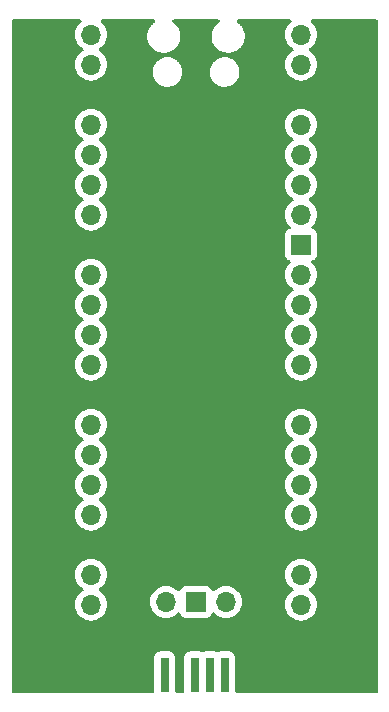
<source format=gbl>
G04 #@! TF.GenerationSoftware,KiCad,Pcbnew,7.0.7-7.0.7~ubuntu22.04.1*
G04 #@! TF.CreationDate,2024-01-07T15:40:38+01:00*
G04 #@! TF.ProjectId,pico-dap-swd,7069636f-2d64-4617-902d-7377642e6b69,rev?*
G04 #@! TF.SameCoordinates,Original*
G04 #@! TF.FileFunction,Copper,L2,Bot*
G04 #@! TF.FilePolarity,Positive*
%FSLAX46Y46*%
G04 Gerber Fmt 4.6, Leading zero omitted, Abs format (unit mm)*
G04 Created by KiCad (PCBNEW 7.0.7-7.0.7~ubuntu22.04.1) date 2024-01-07 15:40:38*
%MOMM*%
%LPD*%
G01*
G04 APERTURE LIST*
G04 #@! TA.AperFunction,ComponentPad*
%ADD10O,1.700000X1.700000*%
G04 #@! TD*
G04 #@! TA.AperFunction,ComponentPad*
%ADD11R,1.700000X1.700000*%
G04 #@! TD*
G04 #@! TA.AperFunction,SMDPad,CuDef*
%ADD12R,0.750000X3.000000*%
G04 #@! TD*
G04 #@! TA.AperFunction,ViaPad*
%ADD13C,0.800000*%
G04 #@! TD*
G04 #@! TA.AperFunction,Conductor*
%ADD14C,0.400000*%
G04 #@! TD*
G04 APERTURE END LIST*
D10*
X83150000Y-85310000D03*
D11*
X80610000Y-85310000D03*
D10*
X78070000Y-85310000D03*
X89500000Y-37280000D03*
X89500000Y-39820000D03*
D11*
X89500000Y-42360000D03*
D10*
X89500000Y-44900000D03*
X89500000Y-47440000D03*
X89500000Y-49980000D03*
X89500000Y-52520000D03*
D11*
X89500000Y-55060000D03*
D10*
X89500000Y-57600000D03*
X89500000Y-60140000D03*
X89500000Y-62680000D03*
X89500000Y-65220000D03*
D11*
X89500000Y-67760000D03*
D10*
X89500000Y-70300000D03*
X89500000Y-72840000D03*
X89500000Y-75380000D03*
X89500000Y-77920000D03*
D11*
X89500000Y-80460000D03*
D10*
X89500000Y-83000000D03*
X89500000Y-85540000D03*
X71720000Y-85540000D03*
X71720000Y-83000000D03*
D11*
X71720000Y-80460000D03*
D10*
X71720000Y-77920000D03*
X71720000Y-75380000D03*
X71720000Y-72840000D03*
X71720000Y-70300000D03*
D11*
X71720000Y-67760000D03*
D10*
X71720000Y-65220000D03*
X71720000Y-62680000D03*
X71720000Y-60140000D03*
X71720000Y-57600000D03*
D11*
X71720000Y-55060000D03*
D10*
X71720000Y-52520000D03*
X71720000Y-49980000D03*
X71720000Y-47440000D03*
X71720000Y-44900000D03*
D11*
X71720000Y-42360000D03*
D10*
X71720000Y-39820000D03*
X71720000Y-37280000D03*
D12*
X83040000Y-91512500D03*
X81770000Y-91512500D03*
X80500000Y-91512500D03*
X79230000Y-91512500D03*
X77960000Y-91512500D03*
D13*
X66950000Y-38361750D03*
X66950000Y-44361750D03*
X66950000Y-50361750D03*
X66950000Y-56361750D03*
X66950000Y-62361750D03*
X66950000Y-68361750D03*
X66950000Y-74361750D03*
X66950000Y-80361750D03*
X66950000Y-86361750D03*
X68950000Y-90361750D03*
X72950000Y-88361750D03*
X74950000Y-38361750D03*
X74950000Y-44361750D03*
X74950000Y-54361750D03*
X74950000Y-60361750D03*
X74950000Y-66361750D03*
X74950000Y-72361750D03*
X74950000Y-78361750D03*
X74950000Y-84361750D03*
X78950000Y-42361750D03*
X78950000Y-48361750D03*
X78950000Y-56361750D03*
X78950000Y-62361750D03*
X78950000Y-68361750D03*
X78950000Y-74361750D03*
X78950000Y-80361750D03*
X80950000Y-38361750D03*
X82950000Y-44361750D03*
X82950000Y-50361750D03*
X82950000Y-58361750D03*
X82950000Y-64361750D03*
X82950000Y-70361750D03*
X82950000Y-76361750D03*
X82950000Y-82361750D03*
X84950000Y-40361750D03*
X84950000Y-54361750D03*
X84950000Y-90361750D03*
X86950000Y-46361750D03*
X86950000Y-60361750D03*
X86950000Y-66361750D03*
X86950000Y-72361750D03*
X86950000Y-78361750D03*
X86950000Y-84361750D03*
X88950000Y-88361750D03*
X92950000Y-90361750D03*
X94950000Y-38361750D03*
X94950000Y-44361750D03*
X94950000Y-50361750D03*
X94950000Y-56361750D03*
X94950000Y-62361750D03*
X94950000Y-68361750D03*
X94950000Y-74361750D03*
X94950000Y-80361750D03*
X94950000Y-86361750D03*
X79500000Y-89000000D03*
D14*
X79230000Y-91512500D02*
X79230000Y-89270000D01*
X79230000Y-89270000D02*
X79500000Y-89000000D01*
G04 #@! TA.AperFunction,Conductor*
G36*
X70866551Y-36020185D02*
G01*
X70912306Y-36072989D01*
X70922250Y-36142147D01*
X70893225Y-36205703D01*
X70870635Y-36226075D01*
X70848596Y-36241506D01*
X70681505Y-36408597D01*
X70545965Y-36602169D01*
X70545964Y-36602171D01*
X70446098Y-36816335D01*
X70446094Y-36816344D01*
X70384938Y-37044586D01*
X70384936Y-37044596D01*
X70364341Y-37279999D01*
X70364341Y-37280000D01*
X70384936Y-37515403D01*
X70384938Y-37515413D01*
X70446094Y-37743655D01*
X70446096Y-37743659D01*
X70446097Y-37743663D01*
X70493328Y-37844949D01*
X70545965Y-37957830D01*
X70545967Y-37957834D01*
X70681501Y-38151395D01*
X70681506Y-38151402D01*
X70848597Y-38318493D01*
X70848603Y-38318498D01*
X71034158Y-38448425D01*
X71077783Y-38503002D01*
X71084977Y-38572500D01*
X71053454Y-38634855D01*
X71034158Y-38651575D01*
X70848597Y-38781505D01*
X70681505Y-38948597D01*
X70545965Y-39142169D01*
X70545964Y-39142171D01*
X70446098Y-39356335D01*
X70446094Y-39356344D01*
X70384938Y-39584586D01*
X70384936Y-39584596D01*
X70364341Y-39819999D01*
X70364341Y-39820000D01*
X70384936Y-40055403D01*
X70384938Y-40055413D01*
X70446094Y-40283655D01*
X70446096Y-40283659D01*
X70446097Y-40283663D01*
X70533295Y-40470660D01*
X70545965Y-40497830D01*
X70545967Y-40497834D01*
X70601422Y-40577031D01*
X70681505Y-40691401D01*
X70848599Y-40858495D01*
X70864082Y-40869336D01*
X71042165Y-40994032D01*
X71042167Y-40994033D01*
X71042170Y-40994035D01*
X71256337Y-41093903D01*
X71256343Y-41093904D01*
X71256344Y-41093905D01*
X71268552Y-41097176D01*
X71484592Y-41155063D01*
X71672918Y-41171539D01*
X71719999Y-41175659D01*
X71720000Y-41175659D01*
X71720001Y-41175659D01*
X71759234Y-41172226D01*
X71955408Y-41155063D01*
X72183663Y-41093903D01*
X72397830Y-40994035D01*
X72591401Y-40858495D01*
X72758495Y-40691401D01*
X72894035Y-40497830D01*
X72921000Y-40440003D01*
X76929723Y-40440003D01*
X76931688Y-40462470D01*
X76931862Y-40470660D01*
X76930709Y-40496324D01*
X76930710Y-40496328D01*
X76941641Y-40577031D01*
X76941966Y-40579949D01*
X76948792Y-40657972D01*
X76948795Y-40657987D01*
X76955482Y-40682941D01*
X76957034Y-40690670D01*
X76960924Y-40719381D01*
X76960926Y-40719392D01*
X76985075Y-40793713D01*
X76985997Y-40796825D01*
X77005423Y-40869324D01*
X77005427Y-40869336D01*
X77017736Y-40895732D01*
X77020512Y-40902779D01*
X77030483Y-40933464D01*
X77065970Y-40999411D01*
X77067558Y-41002576D01*
X77097898Y-41067639D01*
X77116287Y-41093901D01*
X77116490Y-41094191D01*
X77120303Y-41100378D01*
X77137146Y-41131678D01*
X77137152Y-41131687D01*
X77181792Y-41187663D01*
X77184106Y-41190758D01*
X77210510Y-41228465D01*
X77223402Y-41246877D01*
X77223405Y-41246880D01*
X77248646Y-41272121D01*
X77253283Y-41277309D01*
X77277492Y-41307666D01*
X77328959Y-41352632D01*
X77332008Y-41355483D01*
X77378116Y-41401592D01*
X77378122Y-41401597D01*
X77378123Y-41401598D01*
X77389802Y-41409775D01*
X77410055Y-41423957D01*
X77415290Y-41428057D01*
X77447004Y-41455765D01*
X77447013Y-41455771D01*
X77502849Y-41489131D01*
X77506613Y-41491568D01*
X77557359Y-41527101D01*
X77557364Y-41527104D01*
X77579917Y-41537620D01*
X77595677Y-41544969D01*
X77601271Y-41547935D01*
X77638349Y-41570088D01*
X77640236Y-41571215D01*
X77658828Y-41578192D01*
X77698083Y-41592925D01*
X77702503Y-41594782D01*
X77755670Y-41619575D01*
X77755674Y-41619577D01*
X77786069Y-41627720D01*
X77799677Y-41631366D01*
X77805413Y-41633207D01*
X77822264Y-41639531D01*
X77850976Y-41650307D01*
X77908545Y-41660754D01*
X77913511Y-41661868D01*
X77967023Y-41676207D01*
X78015689Y-41680464D01*
X78021306Y-41681218D01*
X78072453Y-41690500D01*
X78127691Y-41690500D01*
X78133092Y-41690735D01*
X78161548Y-41693225D01*
X78184998Y-41695277D01*
X78185000Y-41695277D01*
X78237992Y-41690640D01*
X78241121Y-41690500D01*
X78241155Y-41690500D01*
X78295172Y-41685638D01*
X78402977Y-41676207D01*
X78403000Y-41676200D01*
X78403475Y-41676117D01*
X78408713Y-41675419D01*
X78409188Y-41675377D01*
X78512997Y-41646726D01*
X78614330Y-41619575D01*
X78614337Y-41619571D01*
X78621254Y-41617053D01*
X78625948Y-41615554D01*
X78626170Y-41615493D01*
X78626181Y-41615487D01*
X78626183Y-41615487D01*
X78720454Y-41570088D01*
X78720453Y-41570087D01*
X78812639Y-41527102D01*
X78812644Y-41527097D01*
X78817327Y-41524395D01*
X78817400Y-41524522D01*
X78828164Y-41518218D01*
X78828973Y-41517829D01*
X78911156Y-41458118D01*
X78991877Y-41401598D01*
X78992747Y-41400727D01*
X79007550Y-41388084D01*
X79011078Y-41385522D01*
X79079131Y-41314343D01*
X79146598Y-41246877D01*
X79149285Y-41243039D01*
X79161239Y-41228465D01*
X79166629Y-41222828D01*
X79166628Y-41222828D01*
X79166632Y-41222825D01*
X79219164Y-41143241D01*
X79272102Y-41067639D01*
X79275543Y-41060259D01*
X79284432Y-41044364D01*
X79290635Y-41034968D01*
X79326889Y-40950146D01*
X79364575Y-40869330D01*
X79367570Y-40858148D01*
X79373325Y-40841505D01*
X79379103Y-40827988D01*
X79398936Y-40741092D01*
X79421207Y-40657977D01*
X79422887Y-40638766D01*
X79424206Y-40630377D01*
X79424445Y-40629325D01*
X79429191Y-40608537D01*
X79433050Y-40522602D01*
X79440277Y-40440003D01*
X81779723Y-40440003D01*
X81781688Y-40462470D01*
X81781862Y-40470660D01*
X81780709Y-40496324D01*
X81780710Y-40496328D01*
X81791641Y-40577031D01*
X81791966Y-40579949D01*
X81798792Y-40657972D01*
X81798795Y-40657987D01*
X81805482Y-40682941D01*
X81807034Y-40690670D01*
X81810924Y-40719381D01*
X81810926Y-40719392D01*
X81835075Y-40793713D01*
X81835997Y-40796825D01*
X81855423Y-40869324D01*
X81855427Y-40869336D01*
X81867736Y-40895732D01*
X81870512Y-40902779D01*
X81880483Y-40933464D01*
X81915970Y-40999411D01*
X81917558Y-41002576D01*
X81947898Y-41067639D01*
X81966287Y-41093901D01*
X81966490Y-41094191D01*
X81970303Y-41100378D01*
X81987146Y-41131678D01*
X81987152Y-41131687D01*
X82031792Y-41187663D01*
X82034106Y-41190758D01*
X82060510Y-41228465D01*
X82073402Y-41246877D01*
X82073405Y-41246880D01*
X82098646Y-41272121D01*
X82103283Y-41277309D01*
X82127492Y-41307666D01*
X82178959Y-41352632D01*
X82182008Y-41355483D01*
X82228116Y-41401592D01*
X82228122Y-41401597D01*
X82228123Y-41401598D01*
X82239802Y-41409775D01*
X82260055Y-41423957D01*
X82265290Y-41428057D01*
X82297004Y-41455765D01*
X82297013Y-41455771D01*
X82352849Y-41489131D01*
X82356613Y-41491568D01*
X82407359Y-41527101D01*
X82407364Y-41527104D01*
X82429917Y-41537620D01*
X82445677Y-41544969D01*
X82451271Y-41547935D01*
X82488349Y-41570088D01*
X82490236Y-41571215D01*
X82508828Y-41578192D01*
X82548083Y-41592925D01*
X82552503Y-41594782D01*
X82605670Y-41619575D01*
X82605674Y-41619577D01*
X82636069Y-41627720D01*
X82649677Y-41631366D01*
X82655413Y-41633207D01*
X82672264Y-41639531D01*
X82700976Y-41650307D01*
X82758545Y-41660754D01*
X82763511Y-41661868D01*
X82817023Y-41676207D01*
X82865689Y-41680464D01*
X82871306Y-41681218D01*
X82922453Y-41690500D01*
X82977691Y-41690500D01*
X82983092Y-41690735D01*
X83011548Y-41693225D01*
X83034998Y-41695277D01*
X83035000Y-41695277D01*
X83087992Y-41690640D01*
X83091121Y-41690500D01*
X83091155Y-41690500D01*
X83145172Y-41685638D01*
X83252977Y-41676207D01*
X83253000Y-41676200D01*
X83253475Y-41676117D01*
X83258713Y-41675419D01*
X83259188Y-41675377D01*
X83362997Y-41646726D01*
X83464330Y-41619575D01*
X83464337Y-41619571D01*
X83471254Y-41617053D01*
X83475948Y-41615554D01*
X83476170Y-41615493D01*
X83476181Y-41615487D01*
X83476183Y-41615487D01*
X83570454Y-41570088D01*
X83570453Y-41570088D01*
X83662639Y-41527102D01*
X83662644Y-41527097D01*
X83667327Y-41524395D01*
X83667400Y-41524522D01*
X83678164Y-41518218D01*
X83678973Y-41517829D01*
X83761156Y-41458118D01*
X83841877Y-41401598D01*
X83842747Y-41400727D01*
X83857550Y-41388084D01*
X83861078Y-41385522D01*
X83929131Y-41314343D01*
X83996598Y-41246877D01*
X83999285Y-41243039D01*
X84011239Y-41228465D01*
X84016629Y-41222828D01*
X84016628Y-41222828D01*
X84016632Y-41222825D01*
X84069164Y-41143241D01*
X84122102Y-41067639D01*
X84125543Y-41060259D01*
X84134432Y-41044364D01*
X84140635Y-41034968D01*
X84176889Y-40950146D01*
X84214575Y-40869330D01*
X84217570Y-40858148D01*
X84223325Y-40841505D01*
X84229103Y-40827988D01*
X84248936Y-40741092D01*
X84271207Y-40657977D01*
X84272887Y-40638766D01*
X84274206Y-40630377D01*
X84274445Y-40629325D01*
X84279191Y-40608537D01*
X84283050Y-40522602D01*
X84290277Y-40440000D01*
X84288310Y-40417528D01*
X84288137Y-40409334D01*
X84289290Y-40383670D01*
X84278353Y-40302939D01*
X84278034Y-40300067D01*
X84271207Y-40222023D01*
X84264515Y-40197053D01*
X84262963Y-40189322D01*
X84259076Y-40160618D01*
X84259075Y-40160616D01*
X84259075Y-40160613D01*
X84234921Y-40086276D01*
X84233998Y-40083161D01*
X84214576Y-40010673D01*
X84214574Y-40010669D01*
X84202266Y-39984274D01*
X84199488Y-39977222D01*
X84189519Y-39946541D01*
X84189517Y-39946537D01*
X84189517Y-39946536D01*
X84176988Y-39923253D01*
X84154027Y-39880583D01*
X84152432Y-39877405D01*
X84137338Y-39845036D01*
X84122102Y-39812362D01*
X84103512Y-39785813D01*
X84099698Y-39779625D01*
X84099359Y-39778995D01*
X84082852Y-39748319D01*
X84038192Y-39692318D01*
X84035896Y-39689247D01*
X83996598Y-39633123D01*
X83971353Y-39607878D01*
X83966715Y-39602689D01*
X83942508Y-39572334D01*
X83934866Y-39565657D01*
X83891039Y-39527366D01*
X83887990Y-39524515D01*
X83841878Y-39478402D01*
X83809940Y-39456039D01*
X83804705Y-39451939D01*
X83772996Y-39424235D01*
X83772994Y-39424233D01*
X83772992Y-39424232D01*
X83717149Y-39390868D01*
X83713386Y-39388431D01*
X83662641Y-39352899D01*
X83624333Y-39335035D01*
X83618735Y-39332067D01*
X83579769Y-39308787D01*
X83579767Y-39308786D01*
X83521928Y-39287079D01*
X83517515Y-39285226D01*
X83464330Y-39260425D01*
X83420321Y-39248632D01*
X83414581Y-39246790D01*
X83369025Y-39229692D01*
X83311456Y-39219245D01*
X83306480Y-39218128D01*
X83252977Y-39203793D01*
X83204327Y-39199536D01*
X83198659Y-39198775D01*
X83147551Y-39189500D01*
X83147547Y-39189500D01*
X83092309Y-39189500D01*
X83086907Y-39189264D01*
X83058451Y-39186774D01*
X83035002Y-39184723D01*
X83034997Y-39184723D01*
X82982050Y-39189355D01*
X82978862Y-39189499D01*
X82978851Y-39189500D01*
X82978845Y-39189500D01*
X82932671Y-39193655D01*
X82924826Y-39194361D01*
X82817020Y-39203793D01*
X82816468Y-39203891D01*
X82811275Y-39204581D01*
X82810812Y-39204622D01*
X82810809Y-39204623D01*
X82707002Y-39233273D01*
X82605659Y-39260428D01*
X82598739Y-39262946D01*
X82594050Y-39264444D01*
X82593849Y-39264499D01*
X82593832Y-39264505D01*
X82499528Y-39309919D01*
X82407358Y-39352899D01*
X82402670Y-39355606D01*
X82402598Y-39355481D01*
X82391871Y-39361764D01*
X82391030Y-39362168D01*
X82308831Y-39421889D01*
X82228123Y-39478401D01*
X82227241Y-39479284D01*
X82212461Y-39491906D01*
X82208928Y-39494472D01*
X82208916Y-39494483D01*
X82177477Y-39527366D01*
X82140868Y-39565656D01*
X82121938Y-39584586D01*
X82073403Y-39633120D01*
X82073402Y-39633121D01*
X82070711Y-39636965D01*
X82058773Y-39651521D01*
X82053368Y-39657174D01*
X82032476Y-39688822D01*
X82000828Y-39736768D01*
X81947897Y-39812362D01*
X81947898Y-39812362D01*
X81947891Y-39812374D01*
X81944457Y-39819738D01*
X81935572Y-39835628D01*
X81929362Y-39845035D01*
X81929362Y-39845036D01*
X81893108Y-39929859D01*
X81855425Y-40010669D01*
X81855424Y-40010671D01*
X81852425Y-40021860D01*
X81846681Y-40038475D01*
X81840899Y-40052005D01*
X81840896Y-40052016D01*
X81821063Y-40138907D01*
X81798793Y-40222022D01*
X81798793Y-40222023D01*
X81797112Y-40241226D01*
X81795793Y-40249625D01*
X81790809Y-40271459D01*
X81790809Y-40271464D01*
X81786949Y-40357397D01*
X81779723Y-40439996D01*
X81779723Y-40440003D01*
X79440277Y-40440003D01*
X79440277Y-40440000D01*
X79438310Y-40417528D01*
X79438137Y-40409334D01*
X79439290Y-40383670D01*
X79428353Y-40302939D01*
X79428034Y-40300067D01*
X79421207Y-40222023D01*
X79414515Y-40197053D01*
X79412963Y-40189322D01*
X79409076Y-40160618D01*
X79409075Y-40160616D01*
X79409075Y-40160613D01*
X79384921Y-40086276D01*
X79383998Y-40083161D01*
X79364576Y-40010673D01*
X79364574Y-40010669D01*
X79352266Y-39984274D01*
X79349488Y-39977222D01*
X79339519Y-39946541D01*
X79339517Y-39946537D01*
X79339517Y-39946536D01*
X79326988Y-39923253D01*
X79304027Y-39880583D01*
X79302432Y-39877405D01*
X79287338Y-39845036D01*
X79272102Y-39812362D01*
X79253512Y-39785813D01*
X79249698Y-39779625D01*
X79249359Y-39778995D01*
X79232852Y-39748319D01*
X79188192Y-39692318D01*
X79185896Y-39689247D01*
X79146598Y-39633123D01*
X79121353Y-39607878D01*
X79116715Y-39602689D01*
X79092508Y-39572334D01*
X79084866Y-39565657D01*
X79041039Y-39527366D01*
X79037990Y-39524515D01*
X78991878Y-39478402D01*
X78959940Y-39456039D01*
X78954705Y-39451939D01*
X78922996Y-39424235D01*
X78922994Y-39424233D01*
X78922992Y-39424232D01*
X78867149Y-39390868D01*
X78863386Y-39388431D01*
X78812641Y-39352899D01*
X78774333Y-39335035D01*
X78768735Y-39332067D01*
X78729769Y-39308787D01*
X78729767Y-39308786D01*
X78671928Y-39287079D01*
X78667515Y-39285226D01*
X78614330Y-39260425D01*
X78570321Y-39248632D01*
X78564581Y-39246790D01*
X78519025Y-39229692D01*
X78461456Y-39219245D01*
X78456480Y-39218128D01*
X78402977Y-39203793D01*
X78354327Y-39199536D01*
X78348659Y-39198775D01*
X78297551Y-39189500D01*
X78297547Y-39189500D01*
X78242309Y-39189500D01*
X78236907Y-39189264D01*
X78208451Y-39186774D01*
X78185002Y-39184723D01*
X78184997Y-39184723D01*
X78132050Y-39189355D01*
X78128862Y-39189499D01*
X78128851Y-39189500D01*
X78128845Y-39189500D01*
X78082671Y-39193655D01*
X78074826Y-39194361D01*
X77967020Y-39203793D01*
X77966468Y-39203891D01*
X77961275Y-39204581D01*
X77960812Y-39204622D01*
X77960809Y-39204623D01*
X77857002Y-39233273D01*
X77755659Y-39260428D01*
X77748739Y-39262946D01*
X77744050Y-39264444D01*
X77743849Y-39264499D01*
X77743832Y-39264505D01*
X77649528Y-39309919D01*
X77557358Y-39352899D01*
X77552670Y-39355606D01*
X77552598Y-39355481D01*
X77541871Y-39361764D01*
X77541030Y-39362168D01*
X77458831Y-39421889D01*
X77378123Y-39478401D01*
X77377241Y-39479284D01*
X77362461Y-39491906D01*
X77358928Y-39494472D01*
X77358916Y-39494483D01*
X77327477Y-39527366D01*
X77290868Y-39565656D01*
X77271938Y-39584586D01*
X77223403Y-39633120D01*
X77223402Y-39633121D01*
X77220711Y-39636965D01*
X77208773Y-39651521D01*
X77203368Y-39657174D01*
X77182476Y-39688822D01*
X77150828Y-39736768D01*
X77097898Y-39812362D01*
X77097891Y-39812374D01*
X77094457Y-39819738D01*
X77085572Y-39835628D01*
X77079362Y-39845035D01*
X77079362Y-39845036D01*
X77043108Y-39929859D01*
X77005425Y-40010669D01*
X77005424Y-40010671D01*
X77002425Y-40021860D01*
X76996681Y-40038475D01*
X76990899Y-40052005D01*
X76990896Y-40052016D01*
X76971063Y-40138907D01*
X76948793Y-40222022D01*
X76948793Y-40222023D01*
X76947112Y-40241226D01*
X76945793Y-40249625D01*
X76940809Y-40271459D01*
X76940809Y-40271464D01*
X76936949Y-40357397D01*
X76929723Y-40439996D01*
X76929723Y-40440003D01*
X72921000Y-40440003D01*
X72993903Y-40283663D01*
X73055063Y-40055408D01*
X73075659Y-39820000D01*
X73055063Y-39584592D01*
X73003155Y-39390868D01*
X72993905Y-39356344D01*
X72993904Y-39356343D01*
X72993903Y-39356337D01*
X72894035Y-39142171D01*
X72758495Y-38948599D01*
X72758494Y-38948597D01*
X72591402Y-38781506D01*
X72591401Y-38781505D01*
X72425792Y-38665544D01*
X72405841Y-38651574D01*
X72362216Y-38596997D01*
X72355024Y-38527498D01*
X72386546Y-38465144D01*
X72405836Y-38448428D01*
X72591401Y-38318495D01*
X72758495Y-38151401D01*
X72894035Y-37957830D01*
X72993903Y-37743663D01*
X73055063Y-37515408D01*
X73075659Y-37280000D01*
X73055063Y-37044592D01*
X72993903Y-36816337D01*
X72894035Y-36602171D01*
X72874456Y-36574208D01*
X72758494Y-36408597D01*
X72591402Y-36241506D01*
X72591396Y-36241501D01*
X72569365Y-36226075D01*
X72525740Y-36171499D01*
X72518546Y-36102000D01*
X72550069Y-36039645D01*
X72610298Y-36004231D01*
X72640488Y-36000500D01*
X77057310Y-36000500D01*
X77124349Y-36020185D01*
X77170104Y-36072989D01*
X77180048Y-36142147D01*
X77151023Y-36205703D01*
X77120387Y-36230296D01*
X77120667Y-36230725D01*
X77116367Y-36233533D01*
X77063487Y-36274692D01*
X77060124Y-36277133D01*
X77002001Y-36316417D01*
X77001994Y-36316422D01*
X76970248Y-36346847D01*
X76965430Y-36351011D01*
X76933218Y-36376085D01*
X76933209Y-36376093D01*
X76885613Y-36427795D01*
X76882900Y-36430564D01*
X76829882Y-36481378D01*
X76829880Y-36481380D01*
X76805681Y-36514098D01*
X76801448Y-36519223D01*
X76776022Y-36546845D01*
X76735797Y-36608412D01*
X76733741Y-36611367D01*
X76688124Y-36673047D01*
X76688120Y-36673054D01*
X76671268Y-36706475D01*
X76667811Y-36712472D01*
X76649076Y-36741149D01*
X76618219Y-36811496D01*
X76616803Y-36814503D01*
X76580790Y-36885931D01*
X76570792Y-36918573D01*
X76568288Y-36925323D01*
X76555845Y-36953691D01*
X76555845Y-36953692D01*
X76536178Y-37031347D01*
X76535358Y-37034279D01*
X76510984Y-37113876D01*
X76510983Y-37113879D01*
X76507063Y-37144485D01*
X76505668Y-37151830D01*
X76498867Y-37178688D01*
X76498864Y-37178705D01*
X76491867Y-37263154D01*
X76480702Y-37350344D01*
X76480701Y-37350344D01*
X76481872Y-37377900D01*
X76481716Y-37385655D01*
X76479700Y-37409995D01*
X76479700Y-37410000D01*
X76482359Y-37442097D01*
X76486955Y-37497567D01*
X76490819Y-37588523D01*
X76490820Y-37588534D01*
X76495939Y-37612284D01*
X76497120Y-37620233D01*
X76498865Y-37641301D01*
X76498865Y-37641304D01*
X76498866Y-37641305D01*
X76521205Y-37729520D01*
X76524253Y-37743663D01*
X76541046Y-37821582D01*
X76548883Y-37841084D01*
X76551458Y-37848987D01*
X76555844Y-37866303D01*
X76593655Y-37952504D01*
X76629934Y-38042787D01*
X76629935Y-38042788D01*
X76639232Y-38057888D01*
X76643218Y-38065495D01*
X76649076Y-38078850D01*
X76702275Y-38160277D01*
X76754930Y-38245794D01*
X76761543Y-38253308D01*
X76772263Y-38267402D01*
X76774738Y-38271189D01*
X76776021Y-38273153D01*
X76844027Y-38347028D01*
X76912436Y-38424755D01*
X76917564Y-38428895D01*
X76930882Y-38441377D01*
X76933216Y-38443913D01*
X77014933Y-38507515D01*
X77097920Y-38574523D01*
X77097922Y-38574524D01*
X77100678Y-38576064D01*
X77116360Y-38586460D01*
X77116367Y-38586465D01*
X77116371Y-38586467D01*
X77116374Y-38586470D01*
X77205783Y-38634855D01*
X77210162Y-38637225D01*
X77306046Y-38690790D01*
X77308849Y-38692058D01*
X77315695Y-38695097D01*
X77315794Y-38694873D01*
X77320490Y-38696932D01*
X77320497Y-38696936D01*
X77424276Y-38732563D01*
X77530829Y-38770211D01*
X77531398Y-38770308D01*
X77536129Y-38771312D01*
X77540007Y-38772294D01*
X77540019Y-38772298D01*
X77651324Y-38790871D01*
X77765791Y-38810499D01*
X77765800Y-38810500D01*
X78001044Y-38810500D01*
X78001049Y-38810500D01*
X78034073Y-38804988D01*
X78057469Y-38801085D01*
X78062407Y-38800463D01*
X78122541Y-38795346D01*
X78174615Y-38781786D01*
X78180017Y-38780634D01*
X78229981Y-38772298D01*
X78287186Y-38752658D01*
X78291663Y-38751309D01*
X78353249Y-38735275D01*
X78359249Y-38732563D01*
X78364262Y-38730296D01*
X78399297Y-38714459D01*
X78404681Y-38712322D01*
X78449503Y-38696936D01*
X78505554Y-38666601D01*
X78509527Y-38664632D01*
X78518156Y-38660730D01*
X78570486Y-38637077D01*
X78609647Y-38610608D01*
X78614820Y-38607469D01*
X78653626Y-38586470D01*
X78706532Y-38545290D01*
X78709850Y-38542881D01*
X78768003Y-38503579D01*
X78799770Y-38473131D01*
X78804548Y-38469002D01*
X78836784Y-38443913D01*
X78839109Y-38441388D01*
X78854420Y-38424755D01*
X78884389Y-38392198D01*
X78887101Y-38389432D01*
X78940118Y-38338621D01*
X78964329Y-38305883D01*
X78968540Y-38300785D01*
X78993979Y-38273153D01*
X79034206Y-38211578D01*
X79036241Y-38208652D01*
X79081879Y-38146947D01*
X79098733Y-38113517D01*
X79102170Y-38107552D01*
X79120924Y-38078849D01*
X79151805Y-38008445D01*
X79153174Y-38005538D01*
X79189207Y-37934074D01*
X79199208Y-37901413D01*
X79201701Y-37894694D01*
X79214157Y-37866300D01*
X79233827Y-37788621D01*
X79234635Y-37785732D01*
X79259016Y-37706123D01*
X79262936Y-37675508D01*
X79264330Y-37668170D01*
X79271134Y-37641305D01*
X79278132Y-37556845D01*
X79289298Y-37469654D01*
X79288126Y-37442079D01*
X79288281Y-37434355D01*
X79290300Y-37410000D01*
X79287962Y-37381788D01*
X79283044Y-37322432D01*
X79279180Y-37231468D01*
X79274059Y-37207709D01*
X79272879Y-37199762D01*
X79271134Y-37178695D01*
X79271133Y-37178692D01*
X79271133Y-37178688D01*
X79248794Y-37090480D01*
X79248794Y-37090479D01*
X79228954Y-36998419D01*
X79221115Y-36978912D01*
X79218541Y-36971015D01*
X79214157Y-36953700D01*
X79176344Y-36867495D01*
X79140064Y-36777210D01*
X79130768Y-36762112D01*
X79126779Y-36754500D01*
X79120924Y-36741151D01*
X79067724Y-36659721D01*
X79015071Y-36574208D01*
X79015070Y-36574207D01*
X79015069Y-36574205D01*
X79008451Y-36566686D01*
X78997727Y-36552584D01*
X78993978Y-36546845D01*
X78925972Y-36472971D01*
X78857565Y-36395246D01*
X78852439Y-36391107D01*
X78839117Y-36378621D01*
X78836785Y-36376088D01*
X78836783Y-36376086D01*
X78755066Y-36312484D01*
X78672080Y-36245477D01*
X78672073Y-36245472D01*
X78669311Y-36243929D01*
X78653643Y-36233542D01*
X78653631Y-36233532D01*
X78649339Y-36230729D01*
X78649922Y-36229835D01*
X78604079Y-36184332D01*
X78588973Y-36116114D01*
X78613146Y-36050560D01*
X78668923Y-36008480D01*
X78712689Y-36000500D01*
X82507310Y-36000500D01*
X82574349Y-36020185D01*
X82620104Y-36072989D01*
X82630048Y-36142147D01*
X82601023Y-36205703D01*
X82570387Y-36230296D01*
X82570667Y-36230725D01*
X82566367Y-36233533D01*
X82513487Y-36274692D01*
X82510124Y-36277133D01*
X82452001Y-36316417D01*
X82451994Y-36316422D01*
X82420248Y-36346847D01*
X82415430Y-36351011D01*
X82383218Y-36376085D01*
X82383209Y-36376093D01*
X82335613Y-36427795D01*
X82332900Y-36430564D01*
X82279882Y-36481378D01*
X82279880Y-36481380D01*
X82255681Y-36514098D01*
X82251448Y-36519223D01*
X82226022Y-36546845D01*
X82185797Y-36608412D01*
X82183741Y-36611367D01*
X82138124Y-36673047D01*
X82138120Y-36673054D01*
X82121268Y-36706475D01*
X82117811Y-36712472D01*
X82099076Y-36741149D01*
X82068219Y-36811496D01*
X82066803Y-36814503D01*
X82030790Y-36885931D01*
X82020792Y-36918573D01*
X82018288Y-36925323D01*
X82005845Y-36953691D01*
X82005845Y-36953692D01*
X81986178Y-37031347D01*
X81985358Y-37034279D01*
X81960984Y-37113876D01*
X81960983Y-37113879D01*
X81957063Y-37144485D01*
X81955668Y-37151830D01*
X81948867Y-37178688D01*
X81948864Y-37178705D01*
X81941867Y-37263154D01*
X81930702Y-37350344D01*
X81930701Y-37350344D01*
X81931872Y-37377900D01*
X81931716Y-37385655D01*
X81929700Y-37409995D01*
X81929700Y-37410000D01*
X81932359Y-37442097D01*
X81936955Y-37497567D01*
X81940819Y-37588523D01*
X81940820Y-37588534D01*
X81945939Y-37612284D01*
X81947120Y-37620233D01*
X81948865Y-37641301D01*
X81948865Y-37641304D01*
X81948866Y-37641305D01*
X81971205Y-37729520D01*
X81974253Y-37743663D01*
X81991046Y-37821582D01*
X81998883Y-37841084D01*
X82001458Y-37848987D01*
X82005844Y-37866303D01*
X82043655Y-37952504D01*
X82079934Y-38042787D01*
X82079935Y-38042788D01*
X82089232Y-38057888D01*
X82093218Y-38065495D01*
X82099076Y-38078850D01*
X82152275Y-38160277D01*
X82204930Y-38245794D01*
X82211543Y-38253308D01*
X82222263Y-38267402D01*
X82224738Y-38271189D01*
X82226021Y-38273153D01*
X82294027Y-38347028D01*
X82362436Y-38424755D01*
X82367564Y-38428895D01*
X82380882Y-38441377D01*
X82383216Y-38443913D01*
X82464933Y-38507515D01*
X82547920Y-38574523D01*
X82547922Y-38574524D01*
X82550678Y-38576064D01*
X82566360Y-38586460D01*
X82566367Y-38586465D01*
X82566371Y-38586467D01*
X82566374Y-38586470D01*
X82655783Y-38634855D01*
X82660162Y-38637225D01*
X82756046Y-38690790D01*
X82758849Y-38692058D01*
X82765695Y-38695097D01*
X82765794Y-38694873D01*
X82770490Y-38696932D01*
X82770497Y-38696936D01*
X82874276Y-38732563D01*
X82980829Y-38770211D01*
X82981398Y-38770308D01*
X82986129Y-38771312D01*
X82990007Y-38772294D01*
X82990019Y-38772298D01*
X83101324Y-38790871D01*
X83215791Y-38810499D01*
X83215800Y-38810500D01*
X83451044Y-38810500D01*
X83451049Y-38810500D01*
X83484073Y-38804988D01*
X83507469Y-38801085D01*
X83512407Y-38800463D01*
X83572541Y-38795346D01*
X83624615Y-38781786D01*
X83630017Y-38780634D01*
X83679981Y-38772298D01*
X83737186Y-38752658D01*
X83741663Y-38751309D01*
X83803249Y-38735275D01*
X83809249Y-38732563D01*
X83814262Y-38730296D01*
X83849297Y-38714459D01*
X83854681Y-38712322D01*
X83899503Y-38696936D01*
X83955554Y-38666601D01*
X83959527Y-38664632D01*
X83968156Y-38660730D01*
X84020486Y-38637077D01*
X84059647Y-38610608D01*
X84064820Y-38607469D01*
X84103626Y-38586470D01*
X84156532Y-38545290D01*
X84159850Y-38542881D01*
X84218003Y-38503579D01*
X84249770Y-38473131D01*
X84254548Y-38469002D01*
X84286784Y-38443913D01*
X84289109Y-38441388D01*
X84304420Y-38424755D01*
X84334389Y-38392198D01*
X84337101Y-38389432D01*
X84390118Y-38338621D01*
X84414329Y-38305883D01*
X84418540Y-38300785D01*
X84443979Y-38273153D01*
X84484206Y-38211578D01*
X84486241Y-38208652D01*
X84531879Y-38146947D01*
X84548733Y-38113517D01*
X84552170Y-38107552D01*
X84570924Y-38078849D01*
X84601805Y-38008445D01*
X84603174Y-38005538D01*
X84639207Y-37934074D01*
X84649208Y-37901413D01*
X84651701Y-37894694D01*
X84664157Y-37866300D01*
X84683827Y-37788621D01*
X84684635Y-37785732D01*
X84709016Y-37706123D01*
X84712936Y-37675508D01*
X84714330Y-37668170D01*
X84721134Y-37641305D01*
X84728132Y-37556845D01*
X84739298Y-37469654D01*
X84738126Y-37442079D01*
X84738281Y-37434355D01*
X84740300Y-37410000D01*
X84737962Y-37381788D01*
X84733044Y-37322432D01*
X84729180Y-37231468D01*
X84724059Y-37207709D01*
X84722879Y-37199762D01*
X84721134Y-37178695D01*
X84721133Y-37178692D01*
X84721133Y-37178688D01*
X84698794Y-37090480D01*
X84698794Y-37090479D01*
X84678954Y-36998419D01*
X84671115Y-36978912D01*
X84668541Y-36971015D01*
X84664157Y-36953700D01*
X84626344Y-36867495D01*
X84590064Y-36777210D01*
X84580768Y-36762112D01*
X84576779Y-36754500D01*
X84570924Y-36741151D01*
X84517724Y-36659721D01*
X84465071Y-36574208D01*
X84465070Y-36574207D01*
X84465069Y-36574205D01*
X84458451Y-36566686D01*
X84447727Y-36552584D01*
X84443978Y-36546845D01*
X84375972Y-36472971D01*
X84307565Y-36395246D01*
X84302439Y-36391107D01*
X84289117Y-36378621D01*
X84286785Y-36376088D01*
X84286783Y-36376086D01*
X84205066Y-36312484D01*
X84122080Y-36245477D01*
X84122073Y-36245472D01*
X84119311Y-36243929D01*
X84103643Y-36233542D01*
X84103631Y-36233532D01*
X84099339Y-36230729D01*
X84099922Y-36229835D01*
X84054079Y-36184332D01*
X84038973Y-36116114D01*
X84063146Y-36050560D01*
X84118923Y-36008480D01*
X84162689Y-36000500D01*
X88579512Y-36000500D01*
X88646551Y-36020185D01*
X88692306Y-36072989D01*
X88702250Y-36142147D01*
X88673225Y-36205703D01*
X88650635Y-36226075D01*
X88628596Y-36241506D01*
X88461505Y-36408597D01*
X88325965Y-36602169D01*
X88325964Y-36602171D01*
X88226098Y-36816335D01*
X88226094Y-36816344D01*
X88164938Y-37044586D01*
X88164936Y-37044596D01*
X88144341Y-37279999D01*
X88144341Y-37280000D01*
X88164936Y-37515403D01*
X88164938Y-37515413D01*
X88226094Y-37743655D01*
X88226096Y-37743659D01*
X88226097Y-37743663D01*
X88273328Y-37844949D01*
X88325965Y-37957830D01*
X88325967Y-37957834D01*
X88461501Y-38151395D01*
X88461506Y-38151402D01*
X88628597Y-38318493D01*
X88628603Y-38318498D01*
X88814158Y-38448425D01*
X88857783Y-38503002D01*
X88864977Y-38572500D01*
X88833454Y-38634855D01*
X88814158Y-38651575D01*
X88628597Y-38781505D01*
X88461505Y-38948597D01*
X88325965Y-39142169D01*
X88325964Y-39142171D01*
X88226098Y-39356335D01*
X88226094Y-39356344D01*
X88164938Y-39584586D01*
X88164936Y-39584596D01*
X88144341Y-39819999D01*
X88144341Y-39820000D01*
X88164936Y-40055403D01*
X88164938Y-40055413D01*
X88226094Y-40283655D01*
X88226096Y-40283659D01*
X88226097Y-40283663D01*
X88313295Y-40470660D01*
X88325965Y-40497830D01*
X88325967Y-40497834D01*
X88381422Y-40577031D01*
X88461505Y-40691401D01*
X88628599Y-40858495D01*
X88644082Y-40869336D01*
X88822165Y-40994032D01*
X88822167Y-40994033D01*
X88822170Y-40994035D01*
X89036337Y-41093903D01*
X89036343Y-41093904D01*
X89036344Y-41093905D01*
X89048552Y-41097176D01*
X89264592Y-41155063D01*
X89452918Y-41171539D01*
X89499999Y-41175659D01*
X89500000Y-41175659D01*
X89500001Y-41175659D01*
X89539234Y-41172226D01*
X89735408Y-41155063D01*
X89963663Y-41093903D01*
X90177830Y-40994035D01*
X90371401Y-40858495D01*
X90538495Y-40691401D01*
X90674035Y-40497830D01*
X90773903Y-40283663D01*
X90835063Y-40055408D01*
X90855659Y-39820000D01*
X90835063Y-39584592D01*
X90783155Y-39390868D01*
X90773905Y-39356344D01*
X90773904Y-39356343D01*
X90773903Y-39356337D01*
X90674035Y-39142171D01*
X90538495Y-38948599D01*
X90538494Y-38948597D01*
X90371402Y-38781506D01*
X90371396Y-38781501D01*
X90185842Y-38651575D01*
X90142217Y-38596998D01*
X90135023Y-38527500D01*
X90166546Y-38465145D01*
X90185842Y-38448425D01*
X90219650Y-38424752D01*
X90371401Y-38318495D01*
X90538495Y-38151401D01*
X90674035Y-37957830D01*
X90773903Y-37743663D01*
X90835063Y-37515408D01*
X90855659Y-37280000D01*
X90835063Y-37044592D01*
X90773903Y-36816337D01*
X90674035Y-36602171D01*
X90654456Y-36574208D01*
X90538494Y-36408597D01*
X90371402Y-36241506D01*
X90371396Y-36241501D01*
X90349365Y-36226075D01*
X90305740Y-36171499D01*
X90298546Y-36102000D01*
X90330069Y-36039645D01*
X90390298Y-36004231D01*
X90420488Y-36000500D01*
X95875500Y-36000500D01*
X95942539Y-36020185D01*
X95988294Y-36072989D01*
X95999500Y-36124500D01*
X95999500Y-92875500D01*
X95979815Y-92942539D01*
X95927011Y-92988294D01*
X95875500Y-92999500D01*
X84039500Y-92999500D01*
X83972461Y-92979815D01*
X83926706Y-92927011D01*
X83915500Y-92875500D01*
X83915499Y-89964629D01*
X83915498Y-89964623D01*
X83915497Y-89964616D01*
X83909091Y-89905017D01*
X83858796Y-89770169D01*
X83858795Y-89770168D01*
X83858793Y-89770164D01*
X83772547Y-89654955D01*
X83772544Y-89654952D01*
X83657335Y-89568706D01*
X83657328Y-89568702D01*
X83522482Y-89518408D01*
X83522483Y-89518408D01*
X83462883Y-89512001D01*
X83462881Y-89512000D01*
X83462873Y-89512000D01*
X83462864Y-89512000D01*
X82617129Y-89512000D01*
X82617123Y-89512001D01*
X82557515Y-89518409D01*
X82448331Y-89559131D01*
X82378639Y-89564115D01*
X82361666Y-89559131D01*
X82252482Y-89518408D01*
X82252483Y-89518408D01*
X82192883Y-89512001D01*
X82192881Y-89512000D01*
X82192873Y-89512000D01*
X82192864Y-89512000D01*
X81347129Y-89512000D01*
X81347123Y-89512001D01*
X81287515Y-89518409D01*
X81178332Y-89559131D01*
X81108641Y-89564115D01*
X81091668Y-89559131D01*
X80982485Y-89518409D01*
X80982483Y-89518408D01*
X80922883Y-89512001D01*
X80922881Y-89512000D01*
X80922873Y-89512000D01*
X80922864Y-89512000D01*
X80077129Y-89512000D01*
X80077123Y-89512001D01*
X80017516Y-89518408D01*
X79882671Y-89568702D01*
X79882664Y-89568706D01*
X79767455Y-89654952D01*
X79767452Y-89654955D01*
X79681206Y-89770164D01*
X79681202Y-89770171D01*
X79630908Y-89905017D01*
X79624501Y-89964616D01*
X79624501Y-89964623D01*
X79624500Y-89964635D01*
X79624501Y-92875500D01*
X79604816Y-92942539D01*
X79552013Y-92988294D01*
X79500501Y-92999500D01*
X78959500Y-92999500D01*
X78892461Y-92979815D01*
X78846706Y-92927011D01*
X78835500Y-92875500D01*
X78835499Y-89964629D01*
X78835498Y-89964623D01*
X78835497Y-89964616D01*
X78829091Y-89905017D01*
X78778796Y-89770169D01*
X78778795Y-89770168D01*
X78778793Y-89770164D01*
X78692547Y-89654955D01*
X78692544Y-89654952D01*
X78577335Y-89568706D01*
X78577328Y-89568702D01*
X78442482Y-89518408D01*
X78442483Y-89518408D01*
X78382883Y-89512001D01*
X78382881Y-89512000D01*
X78382873Y-89512000D01*
X78382864Y-89512000D01*
X77537129Y-89512000D01*
X77537123Y-89512001D01*
X77477516Y-89518408D01*
X77342671Y-89568702D01*
X77342664Y-89568706D01*
X77227455Y-89654952D01*
X77227452Y-89654955D01*
X77141206Y-89770164D01*
X77141202Y-89770171D01*
X77090908Y-89905017D01*
X77084501Y-89964616D01*
X77084501Y-89964623D01*
X77084500Y-89964635D01*
X77084501Y-92875500D01*
X77064816Y-92942539D01*
X77012013Y-92988294D01*
X76960501Y-92999500D01*
X65124500Y-92999500D01*
X65057461Y-92979815D01*
X65011706Y-92927011D01*
X65000500Y-92875500D01*
X65000500Y-85540000D01*
X70364341Y-85540000D01*
X70384936Y-85775403D01*
X70384938Y-85775413D01*
X70446094Y-86003655D01*
X70446096Y-86003659D01*
X70446097Y-86003663D01*
X70541322Y-86207873D01*
X70545965Y-86217830D01*
X70545967Y-86217834D01*
X70637456Y-86348493D01*
X70681505Y-86411401D01*
X70848599Y-86578495D01*
X70884733Y-86603796D01*
X71042165Y-86714032D01*
X71042167Y-86714033D01*
X71042170Y-86714035D01*
X71256337Y-86813903D01*
X71484592Y-86875063D01*
X71672918Y-86891539D01*
X71719999Y-86895659D01*
X71720000Y-86895659D01*
X71720001Y-86895659D01*
X71759234Y-86892226D01*
X71955408Y-86875063D01*
X72183663Y-86813903D01*
X72397830Y-86714035D01*
X72591401Y-86578495D01*
X72758495Y-86411401D01*
X72894035Y-86217830D01*
X72993903Y-86003663D01*
X73055063Y-85775408D01*
X73075659Y-85540000D01*
X73055536Y-85310000D01*
X76714341Y-85310000D01*
X76734936Y-85545403D01*
X76734938Y-85545413D01*
X76796094Y-85773655D01*
X76796096Y-85773659D01*
X76796097Y-85773663D01*
X76880499Y-85954663D01*
X76895965Y-85987830D01*
X76895967Y-85987834D01*
X77004281Y-86142521D01*
X77031505Y-86181401D01*
X77198599Y-86348495D01*
X77288429Y-86411395D01*
X77392165Y-86484032D01*
X77392167Y-86484033D01*
X77392170Y-86484035D01*
X77606337Y-86583903D01*
X77834592Y-86645063D01*
X78011034Y-86660500D01*
X78069999Y-86665659D01*
X78070000Y-86665659D01*
X78070001Y-86665659D01*
X78128966Y-86660500D01*
X78305408Y-86645063D01*
X78533663Y-86583903D01*
X78747830Y-86484035D01*
X78941401Y-86348495D01*
X79063329Y-86226566D01*
X79124648Y-86193084D01*
X79194340Y-86198068D01*
X79250274Y-86239939D01*
X79267189Y-86270917D01*
X79316202Y-86402328D01*
X79316206Y-86402335D01*
X79402452Y-86517544D01*
X79402455Y-86517547D01*
X79517664Y-86603793D01*
X79517671Y-86603797D01*
X79652517Y-86654091D01*
X79652516Y-86654091D01*
X79659444Y-86654835D01*
X79712127Y-86660500D01*
X81507872Y-86660499D01*
X81567483Y-86654091D01*
X81702331Y-86603796D01*
X81817546Y-86517546D01*
X81903796Y-86402331D01*
X81952810Y-86270916D01*
X81994681Y-86214984D01*
X82060145Y-86190566D01*
X82128418Y-86205417D01*
X82156673Y-86226569D01*
X82278599Y-86348495D01*
X82368429Y-86411395D01*
X82472165Y-86484032D01*
X82472167Y-86484033D01*
X82472170Y-86484035D01*
X82686337Y-86583903D01*
X82914592Y-86645063D01*
X83091034Y-86660500D01*
X83149999Y-86665659D01*
X83150000Y-86665659D01*
X83150001Y-86665659D01*
X83208966Y-86660500D01*
X83385408Y-86645063D01*
X83613663Y-86583903D01*
X83827830Y-86484035D01*
X84021401Y-86348495D01*
X84188495Y-86181401D01*
X84324035Y-85987830D01*
X84423903Y-85773663D01*
X84485063Y-85545408D01*
X84485536Y-85540000D01*
X88144341Y-85540000D01*
X88164936Y-85775403D01*
X88164938Y-85775413D01*
X88226094Y-86003655D01*
X88226096Y-86003659D01*
X88226097Y-86003663D01*
X88321322Y-86207873D01*
X88325965Y-86217830D01*
X88325967Y-86217834D01*
X88417456Y-86348493D01*
X88461505Y-86411401D01*
X88628599Y-86578495D01*
X88664733Y-86603796D01*
X88822165Y-86714032D01*
X88822167Y-86714033D01*
X88822170Y-86714035D01*
X89036337Y-86813903D01*
X89264592Y-86875063D01*
X89452918Y-86891539D01*
X89499999Y-86895659D01*
X89500000Y-86895659D01*
X89500001Y-86895659D01*
X89539234Y-86892226D01*
X89735408Y-86875063D01*
X89963663Y-86813903D01*
X90177830Y-86714035D01*
X90371401Y-86578495D01*
X90538495Y-86411401D01*
X90674035Y-86217830D01*
X90773903Y-86003663D01*
X90835063Y-85775408D01*
X90855659Y-85540000D01*
X90835063Y-85304592D01*
X90773903Y-85076337D01*
X90674035Y-84862171D01*
X90538495Y-84668599D01*
X90538494Y-84668597D01*
X90371402Y-84501506D01*
X90371396Y-84501501D01*
X90185842Y-84371575D01*
X90142217Y-84316998D01*
X90135023Y-84247500D01*
X90166546Y-84185145D01*
X90185842Y-84168425D01*
X90232197Y-84135967D01*
X90371401Y-84038495D01*
X90538495Y-83871401D01*
X90674035Y-83677830D01*
X90773903Y-83463663D01*
X90835063Y-83235408D01*
X90855659Y-83000000D01*
X90835063Y-82764592D01*
X90773903Y-82536337D01*
X90674035Y-82322171D01*
X90538495Y-82128599D01*
X90538494Y-82128597D01*
X90371402Y-81961506D01*
X90371395Y-81961501D01*
X90177834Y-81825967D01*
X90177830Y-81825965D01*
X90177829Y-81825964D01*
X89963663Y-81726097D01*
X89963659Y-81726096D01*
X89963655Y-81726094D01*
X89735413Y-81664938D01*
X89735403Y-81664936D01*
X89500001Y-81644341D01*
X89499999Y-81644341D01*
X89264596Y-81664936D01*
X89264586Y-81664938D01*
X89036344Y-81726094D01*
X89036335Y-81726098D01*
X88822171Y-81825964D01*
X88822169Y-81825965D01*
X88628597Y-81961505D01*
X88461505Y-82128597D01*
X88325965Y-82322169D01*
X88325964Y-82322171D01*
X88226098Y-82536335D01*
X88226094Y-82536344D01*
X88164938Y-82764586D01*
X88164936Y-82764596D01*
X88144341Y-82999999D01*
X88144341Y-83000000D01*
X88164936Y-83235403D01*
X88164938Y-83235413D01*
X88226094Y-83463655D01*
X88226096Y-83463659D01*
X88226097Y-83463663D01*
X88325965Y-83677830D01*
X88325967Y-83677834D01*
X88461501Y-83871395D01*
X88461506Y-83871402D01*
X88628597Y-84038493D01*
X88628603Y-84038498D01*
X88814158Y-84168425D01*
X88857783Y-84223002D01*
X88864977Y-84292500D01*
X88833454Y-84354855D01*
X88814158Y-84371575D01*
X88628597Y-84501505D01*
X88461505Y-84668597D01*
X88325965Y-84862169D01*
X88325964Y-84862171D01*
X88226098Y-85076335D01*
X88226094Y-85076344D01*
X88164938Y-85304586D01*
X88164936Y-85304596D01*
X88144341Y-85539999D01*
X88144341Y-85540000D01*
X84485536Y-85540000D01*
X84505659Y-85310000D01*
X84485063Y-85074592D01*
X84423903Y-84846337D01*
X84324035Y-84632171D01*
X84232540Y-84501501D01*
X84188494Y-84438597D01*
X84021402Y-84271506D01*
X84021395Y-84271501D01*
X84019251Y-84270000D01*
X83944518Y-84217671D01*
X83827834Y-84135967D01*
X83827830Y-84135965D01*
X83827828Y-84135964D01*
X83613663Y-84036097D01*
X83613659Y-84036096D01*
X83613655Y-84036094D01*
X83385413Y-83974938D01*
X83385403Y-83974936D01*
X83150001Y-83954341D01*
X83149999Y-83954341D01*
X82914596Y-83974936D01*
X82914586Y-83974938D01*
X82686344Y-84036094D01*
X82686335Y-84036098D01*
X82472171Y-84135964D01*
X82472169Y-84135965D01*
X82278600Y-84271503D01*
X82156673Y-84393430D01*
X82095350Y-84426914D01*
X82025658Y-84421930D01*
X81969725Y-84380058D01*
X81952810Y-84349081D01*
X81903797Y-84217671D01*
X81903793Y-84217664D01*
X81817547Y-84102455D01*
X81817544Y-84102452D01*
X81702335Y-84016206D01*
X81702328Y-84016202D01*
X81567482Y-83965908D01*
X81567483Y-83965908D01*
X81507883Y-83959501D01*
X81507881Y-83959500D01*
X81507873Y-83959500D01*
X81507864Y-83959500D01*
X79712129Y-83959500D01*
X79712123Y-83959501D01*
X79652516Y-83965908D01*
X79517671Y-84016202D01*
X79517664Y-84016206D01*
X79402455Y-84102452D01*
X79402452Y-84102455D01*
X79316206Y-84217664D01*
X79316203Y-84217669D01*
X79267189Y-84349083D01*
X79225317Y-84405016D01*
X79159853Y-84429433D01*
X79091580Y-84414581D01*
X79063326Y-84393430D01*
X78941402Y-84271506D01*
X78941395Y-84271501D01*
X78939251Y-84270000D01*
X78864518Y-84217671D01*
X78747834Y-84135967D01*
X78747830Y-84135965D01*
X78747828Y-84135964D01*
X78533663Y-84036097D01*
X78533659Y-84036096D01*
X78533655Y-84036094D01*
X78305413Y-83974938D01*
X78305403Y-83974936D01*
X78070001Y-83954341D01*
X78069999Y-83954341D01*
X77834596Y-83974936D01*
X77834586Y-83974938D01*
X77606344Y-84036094D01*
X77606335Y-84036098D01*
X77392171Y-84135964D01*
X77392169Y-84135965D01*
X77198597Y-84271505D01*
X77031505Y-84438597D01*
X76895965Y-84632169D01*
X76895964Y-84632171D01*
X76796098Y-84846335D01*
X76796094Y-84846344D01*
X76734938Y-85074586D01*
X76734936Y-85074596D01*
X76714341Y-85309999D01*
X76714341Y-85310000D01*
X73055536Y-85310000D01*
X73055063Y-85304592D01*
X72993903Y-85076337D01*
X72894035Y-84862171D01*
X72758495Y-84668599D01*
X72758494Y-84668597D01*
X72591402Y-84501506D01*
X72591401Y-84501505D01*
X72405842Y-84371575D01*
X72405841Y-84371574D01*
X72362216Y-84316997D01*
X72355024Y-84247498D01*
X72386546Y-84185144D01*
X72405836Y-84168428D01*
X72591401Y-84038495D01*
X72758495Y-83871401D01*
X72894035Y-83677830D01*
X72993903Y-83463663D01*
X73055063Y-83235408D01*
X73075659Y-83000000D01*
X73055063Y-82764592D01*
X72993903Y-82536337D01*
X72894035Y-82322171D01*
X72758495Y-82128599D01*
X72758494Y-82128597D01*
X72591402Y-81961506D01*
X72591395Y-81961501D01*
X72397834Y-81825967D01*
X72397830Y-81825965D01*
X72397830Y-81825964D01*
X72183663Y-81726097D01*
X72183659Y-81726096D01*
X72183655Y-81726094D01*
X71955413Y-81664938D01*
X71955403Y-81664936D01*
X71720001Y-81644341D01*
X71719999Y-81644341D01*
X71484596Y-81664936D01*
X71484586Y-81664938D01*
X71256344Y-81726094D01*
X71256335Y-81726098D01*
X71042171Y-81825964D01*
X71042169Y-81825965D01*
X70848597Y-81961505D01*
X70681505Y-82128597D01*
X70545965Y-82322169D01*
X70545964Y-82322171D01*
X70446098Y-82536335D01*
X70446094Y-82536344D01*
X70384938Y-82764586D01*
X70384936Y-82764596D01*
X70364341Y-82999999D01*
X70364341Y-83000000D01*
X70384936Y-83235403D01*
X70384938Y-83235413D01*
X70446094Y-83463655D01*
X70446096Y-83463659D01*
X70446097Y-83463663D01*
X70545964Y-83677829D01*
X70545965Y-83677830D01*
X70545967Y-83677834D01*
X70681501Y-83871395D01*
X70681506Y-83871402D01*
X70848597Y-84038493D01*
X70848603Y-84038498D01*
X71034158Y-84168425D01*
X71077783Y-84223002D01*
X71084977Y-84292500D01*
X71053454Y-84354855D01*
X71034158Y-84371575D01*
X70848597Y-84501505D01*
X70681505Y-84668597D01*
X70545965Y-84862169D01*
X70545964Y-84862171D01*
X70446098Y-85076335D01*
X70446094Y-85076344D01*
X70384938Y-85304586D01*
X70384936Y-85304596D01*
X70364341Y-85539999D01*
X70364341Y-85540000D01*
X65000500Y-85540000D01*
X65000500Y-77920000D01*
X70364341Y-77920000D01*
X70384936Y-78155403D01*
X70384938Y-78155413D01*
X70446094Y-78383655D01*
X70446096Y-78383659D01*
X70446097Y-78383663D01*
X70545964Y-78597829D01*
X70545965Y-78597830D01*
X70545967Y-78597834D01*
X70654281Y-78752521D01*
X70681505Y-78791401D01*
X70848599Y-78958495D01*
X70945384Y-79026265D01*
X71042165Y-79094032D01*
X71042167Y-79094033D01*
X71042170Y-79094035D01*
X71256337Y-79193903D01*
X71484592Y-79255063D01*
X71672918Y-79271539D01*
X71719999Y-79275659D01*
X71720000Y-79275659D01*
X71720001Y-79275659D01*
X71759234Y-79272226D01*
X71955408Y-79255063D01*
X72183663Y-79193903D01*
X72397830Y-79094035D01*
X72591401Y-78958495D01*
X72758495Y-78791401D01*
X72894035Y-78597830D01*
X72993903Y-78383663D01*
X73055063Y-78155408D01*
X73075659Y-77920000D01*
X88144341Y-77920000D01*
X88164936Y-78155403D01*
X88164938Y-78155413D01*
X88226094Y-78383655D01*
X88226096Y-78383659D01*
X88226097Y-78383663D01*
X88325965Y-78597830D01*
X88325967Y-78597834D01*
X88434281Y-78752521D01*
X88461505Y-78791401D01*
X88628599Y-78958495D01*
X88725384Y-79026264D01*
X88822165Y-79094032D01*
X88822167Y-79094033D01*
X88822170Y-79094035D01*
X89036337Y-79193903D01*
X89264592Y-79255063D01*
X89452918Y-79271539D01*
X89499999Y-79275659D01*
X89500000Y-79275659D01*
X89500001Y-79275659D01*
X89539234Y-79272226D01*
X89735408Y-79255063D01*
X89963663Y-79193903D01*
X90177830Y-79094035D01*
X90371401Y-78958495D01*
X90538495Y-78791401D01*
X90674035Y-78597830D01*
X90773903Y-78383663D01*
X90835063Y-78155408D01*
X90855659Y-77920000D01*
X90835063Y-77684592D01*
X90773903Y-77456337D01*
X90674035Y-77242171D01*
X90538495Y-77048599D01*
X90538494Y-77048597D01*
X90371402Y-76881506D01*
X90371396Y-76881501D01*
X90185842Y-76751575D01*
X90142217Y-76696998D01*
X90135023Y-76627500D01*
X90166546Y-76565145D01*
X90185842Y-76548425D01*
X90208026Y-76532891D01*
X90371401Y-76418495D01*
X90538495Y-76251401D01*
X90674035Y-76057830D01*
X90773903Y-75843663D01*
X90835063Y-75615408D01*
X90855659Y-75380000D01*
X90835063Y-75144592D01*
X90773903Y-74916337D01*
X90674035Y-74702171D01*
X90538495Y-74508599D01*
X90538494Y-74508597D01*
X90371402Y-74341506D01*
X90371396Y-74341501D01*
X90185842Y-74211575D01*
X90142217Y-74156998D01*
X90135023Y-74087500D01*
X90166546Y-74025145D01*
X90185842Y-74008425D01*
X90208026Y-73992891D01*
X90371401Y-73878495D01*
X90538495Y-73711401D01*
X90674035Y-73517830D01*
X90773903Y-73303663D01*
X90835063Y-73075408D01*
X90855659Y-72840000D01*
X90835063Y-72604592D01*
X90773903Y-72376337D01*
X90674035Y-72162171D01*
X90538495Y-71968599D01*
X90538494Y-71968597D01*
X90371402Y-71801506D01*
X90371396Y-71801501D01*
X90185842Y-71671575D01*
X90142217Y-71616998D01*
X90135023Y-71547500D01*
X90166546Y-71485145D01*
X90185842Y-71468425D01*
X90208026Y-71452891D01*
X90371401Y-71338495D01*
X90538495Y-71171401D01*
X90674035Y-70977830D01*
X90773903Y-70763663D01*
X90835063Y-70535408D01*
X90855659Y-70300000D01*
X90835063Y-70064592D01*
X90773903Y-69836337D01*
X90674035Y-69622171D01*
X90538495Y-69428599D01*
X90538494Y-69428597D01*
X90371402Y-69261506D01*
X90371395Y-69261501D01*
X90177834Y-69125967D01*
X90177830Y-69125965D01*
X90177828Y-69125964D01*
X89963663Y-69026097D01*
X89963659Y-69026096D01*
X89963655Y-69026094D01*
X89735413Y-68964938D01*
X89735403Y-68964936D01*
X89500001Y-68944341D01*
X89499999Y-68944341D01*
X89264596Y-68964936D01*
X89264586Y-68964938D01*
X89036344Y-69026094D01*
X89036335Y-69026098D01*
X88822171Y-69125964D01*
X88822169Y-69125965D01*
X88628597Y-69261505D01*
X88461505Y-69428597D01*
X88325965Y-69622169D01*
X88325964Y-69622171D01*
X88226098Y-69836335D01*
X88226094Y-69836344D01*
X88164938Y-70064586D01*
X88164936Y-70064596D01*
X88144341Y-70299999D01*
X88144341Y-70300000D01*
X88164936Y-70535403D01*
X88164938Y-70535413D01*
X88226094Y-70763655D01*
X88226096Y-70763659D01*
X88226097Y-70763663D01*
X88325965Y-70977829D01*
X88325965Y-70977830D01*
X88325967Y-70977834D01*
X88461501Y-71171395D01*
X88461506Y-71171402D01*
X88628597Y-71338493D01*
X88628603Y-71338498D01*
X88814158Y-71468425D01*
X88857783Y-71523002D01*
X88864977Y-71592500D01*
X88833454Y-71654855D01*
X88814158Y-71671575D01*
X88628597Y-71801505D01*
X88461505Y-71968597D01*
X88325965Y-72162169D01*
X88325964Y-72162171D01*
X88226098Y-72376335D01*
X88226094Y-72376344D01*
X88164938Y-72604586D01*
X88164936Y-72604596D01*
X88144341Y-72839999D01*
X88144341Y-72840000D01*
X88164936Y-73075403D01*
X88164938Y-73075413D01*
X88226094Y-73303655D01*
X88226096Y-73303659D01*
X88226097Y-73303663D01*
X88325965Y-73517830D01*
X88325967Y-73517834D01*
X88461501Y-73711395D01*
X88461506Y-73711402D01*
X88628597Y-73878493D01*
X88628603Y-73878498D01*
X88814158Y-74008425D01*
X88857783Y-74063002D01*
X88864977Y-74132500D01*
X88833454Y-74194855D01*
X88814158Y-74211575D01*
X88628597Y-74341505D01*
X88461505Y-74508597D01*
X88325965Y-74702169D01*
X88325964Y-74702171D01*
X88226098Y-74916335D01*
X88226094Y-74916344D01*
X88164938Y-75144586D01*
X88164936Y-75144596D01*
X88144341Y-75379999D01*
X88144341Y-75380000D01*
X88164936Y-75615403D01*
X88164938Y-75615413D01*
X88226094Y-75843655D01*
X88226096Y-75843659D01*
X88226097Y-75843663D01*
X88325965Y-76057829D01*
X88325965Y-76057830D01*
X88325967Y-76057834D01*
X88461501Y-76251395D01*
X88461506Y-76251402D01*
X88628597Y-76418493D01*
X88628603Y-76418498D01*
X88814158Y-76548425D01*
X88857783Y-76603002D01*
X88864977Y-76672500D01*
X88833454Y-76734855D01*
X88814158Y-76751575D01*
X88628597Y-76881505D01*
X88461505Y-77048597D01*
X88325965Y-77242169D01*
X88325964Y-77242171D01*
X88226098Y-77456335D01*
X88226094Y-77456344D01*
X88164938Y-77684586D01*
X88164936Y-77684596D01*
X88144341Y-77919999D01*
X88144341Y-77920000D01*
X73075659Y-77920000D01*
X73055063Y-77684592D01*
X72993903Y-77456337D01*
X72894035Y-77242171D01*
X72758495Y-77048599D01*
X72758494Y-77048597D01*
X72591402Y-76881506D01*
X72591401Y-76881505D01*
X72405842Y-76751575D01*
X72405841Y-76751574D01*
X72362216Y-76696997D01*
X72355024Y-76627498D01*
X72386546Y-76565144D01*
X72405836Y-76548428D01*
X72591401Y-76418495D01*
X72758495Y-76251401D01*
X72894035Y-76057830D01*
X72993903Y-75843663D01*
X73055063Y-75615408D01*
X73075659Y-75380000D01*
X73055063Y-75144592D01*
X72993903Y-74916337D01*
X72894035Y-74702171D01*
X72758495Y-74508599D01*
X72758494Y-74508597D01*
X72591402Y-74341506D01*
X72591401Y-74341505D01*
X72405842Y-74211575D01*
X72405841Y-74211574D01*
X72362216Y-74156997D01*
X72355024Y-74087498D01*
X72386546Y-74025144D01*
X72405836Y-74008428D01*
X72591401Y-73878495D01*
X72758495Y-73711401D01*
X72894035Y-73517830D01*
X72993903Y-73303663D01*
X73055063Y-73075408D01*
X73075659Y-72840000D01*
X73055063Y-72604592D01*
X72993903Y-72376337D01*
X72894035Y-72162171D01*
X72758495Y-71968599D01*
X72758494Y-71968597D01*
X72591402Y-71801506D01*
X72591401Y-71801505D01*
X72405842Y-71671575D01*
X72405841Y-71671574D01*
X72362216Y-71616997D01*
X72355024Y-71547498D01*
X72386546Y-71485144D01*
X72405836Y-71468428D01*
X72591401Y-71338495D01*
X72758495Y-71171401D01*
X72894035Y-70977830D01*
X72993903Y-70763663D01*
X73055063Y-70535408D01*
X73075659Y-70300000D01*
X73055063Y-70064592D01*
X72993903Y-69836337D01*
X72894035Y-69622171D01*
X72758495Y-69428599D01*
X72758494Y-69428597D01*
X72591402Y-69261506D01*
X72591395Y-69261501D01*
X72397834Y-69125967D01*
X72397830Y-69125965D01*
X72397828Y-69125964D01*
X72183663Y-69026097D01*
X72183659Y-69026096D01*
X72183655Y-69026094D01*
X71955413Y-68964938D01*
X71955403Y-68964936D01*
X71720001Y-68944341D01*
X71719999Y-68944341D01*
X71484596Y-68964936D01*
X71484586Y-68964938D01*
X71256344Y-69026094D01*
X71256335Y-69026098D01*
X71042171Y-69125964D01*
X71042169Y-69125965D01*
X70848597Y-69261505D01*
X70681505Y-69428597D01*
X70545965Y-69622169D01*
X70545964Y-69622171D01*
X70446098Y-69836335D01*
X70446094Y-69836344D01*
X70384938Y-70064586D01*
X70384936Y-70064596D01*
X70364341Y-70299999D01*
X70364341Y-70300000D01*
X70384936Y-70535403D01*
X70384938Y-70535413D01*
X70446094Y-70763655D01*
X70446096Y-70763659D01*
X70446097Y-70763663D01*
X70545964Y-70977829D01*
X70545965Y-70977830D01*
X70545967Y-70977834D01*
X70681501Y-71171395D01*
X70681506Y-71171402D01*
X70848597Y-71338493D01*
X70848603Y-71338498D01*
X71034158Y-71468425D01*
X71077783Y-71523002D01*
X71084977Y-71592500D01*
X71053454Y-71654855D01*
X71034158Y-71671575D01*
X70848597Y-71801505D01*
X70681505Y-71968597D01*
X70545965Y-72162169D01*
X70545964Y-72162171D01*
X70446098Y-72376335D01*
X70446094Y-72376344D01*
X70384938Y-72604586D01*
X70384936Y-72604596D01*
X70364341Y-72839999D01*
X70364341Y-72840000D01*
X70384936Y-73075403D01*
X70384938Y-73075413D01*
X70446094Y-73303655D01*
X70446096Y-73303659D01*
X70446097Y-73303663D01*
X70545964Y-73517830D01*
X70545965Y-73517830D01*
X70545967Y-73517834D01*
X70681501Y-73711395D01*
X70681506Y-73711402D01*
X70848597Y-73878493D01*
X70848603Y-73878498D01*
X71034158Y-74008425D01*
X71077783Y-74063002D01*
X71084977Y-74132500D01*
X71053454Y-74194855D01*
X71034158Y-74211575D01*
X70848597Y-74341505D01*
X70681505Y-74508597D01*
X70545965Y-74702169D01*
X70545964Y-74702171D01*
X70446098Y-74916335D01*
X70446094Y-74916344D01*
X70384938Y-75144586D01*
X70384936Y-75144596D01*
X70364341Y-75379999D01*
X70364341Y-75380000D01*
X70384936Y-75615403D01*
X70384938Y-75615413D01*
X70446094Y-75843655D01*
X70446096Y-75843659D01*
X70446097Y-75843663D01*
X70545964Y-76057830D01*
X70545965Y-76057830D01*
X70545967Y-76057834D01*
X70681501Y-76251395D01*
X70681506Y-76251402D01*
X70848597Y-76418493D01*
X70848603Y-76418498D01*
X71034158Y-76548425D01*
X71077783Y-76603002D01*
X71084977Y-76672500D01*
X71053454Y-76734855D01*
X71034158Y-76751575D01*
X70848597Y-76881505D01*
X70681505Y-77048597D01*
X70545965Y-77242169D01*
X70545964Y-77242171D01*
X70446098Y-77456335D01*
X70446094Y-77456344D01*
X70384938Y-77684586D01*
X70384936Y-77684596D01*
X70364341Y-77919999D01*
X70364341Y-77920000D01*
X65000500Y-77920000D01*
X65000500Y-65220000D01*
X70364341Y-65220000D01*
X70384936Y-65455403D01*
X70384938Y-65455413D01*
X70446094Y-65683655D01*
X70446096Y-65683659D01*
X70446097Y-65683663D01*
X70545964Y-65897829D01*
X70545965Y-65897830D01*
X70545967Y-65897834D01*
X70654281Y-66052521D01*
X70681505Y-66091401D01*
X70848599Y-66258495D01*
X70945384Y-66326264D01*
X71042165Y-66394032D01*
X71042167Y-66394033D01*
X71042170Y-66394035D01*
X71256337Y-66493903D01*
X71484592Y-66555063D01*
X71672918Y-66571539D01*
X71719999Y-66575659D01*
X71720000Y-66575659D01*
X71720001Y-66575659D01*
X71759234Y-66572226D01*
X71955408Y-66555063D01*
X72183663Y-66493903D01*
X72397830Y-66394035D01*
X72591401Y-66258495D01*
X72758495Y-66091401D01*
X72894035Y-65897830D01*
X72993903Y-65683663D01*
X73055063Y-65455408D01*
X73075659Y-65220000D01*
X88144341Y-65220000D01*
X88164936Y-65455403D01*
X88164938Y-65455413D01*
X88226094Y-65683655D01*
X88226096Y-65683659D01*
X88226097Y-65683663D01*
X88325965Y-65897829D01*
X88325965Y-65897830D01*
X88325967Y-65897834D01*
X88434281Y-66052521D01*
X88461505Y-66091401D01*
X88628599Y-66258495D01*
X88725384Y-66326265D01*
X88822165Y-66394032D01*
X88822167Y-66394033D01*
X88822170Y-66394035D01*
X89036337Y-66493903D01*
X89264592Y-66555063D01*
X89452918Y-66571539D01*
X89499999Y-66575659D01*
X89500000Y-66575659D01*
X89500001Y-66575659D01*
X89539234Y-66572226D01*
X89735408Y-66555063D01*
X89963663Y-66493903D01*
X90177830Y-66394035D01*
X90371401Y-66258495D01*
X90538495Y-66091401D01*
X90674035Y-65897830D01*
X90773903Y-65683663D01*
X90835063Y-65455408D01*
X90855659Y-65220000D01*
X90835063Y-64984592D01*
X90773903Y-64756337D01*
X90674035Y-64542171D01*
X90538495Y-64348599D01*
X90538494Y-64348597D01*
X90371402Y-64181506D01*
X90371396Y-64181501D01*
X90185842Y-64051575D01*
X90142217Y-63996998D01*
X90135023Y-63927500D01*
X90166546Y-63865145D01*
X90185842Y-63848425D01*
X90208026Y-63832891D01*
X90371401Y-63718495D01*
X90538495Y-63551401D01*
X90674035Y-63357830D01*
X90773903Y-63143663D01*
X90835063Y-62915408D01*
X90855659Y-62680000D01*
X90835063Y-62444592D01*
X90773903Y-62216337D01*
X90674035Y-62002171D01*
X90538495Y-61808599D01*
X90538494Y-61808597D01*
X90371402Y-61641506D01*
X90371396Y-61641501D01*
X90185842Y-61511575D01*
X90142217Y-61456998D01*
X90135023Y-61387500D01*
X90166546Y-61325145D01*
X90185842Y-61308425D01*
X90208026Y-61292891D01*
X90371401Y-61178495D01*
X90538495Y-61011401D01*
X90674035Y-60817830D01*
X90773903Y-60603663D01*
X90835063Y-60375408D01*
X90855659Y-60140000D01*
X90835063Y-59904592D01*
X90773903Y-59676337D01*
X90674035Y-59462171D01*
X90538495Y-59268599D01*
X90538494Y-59268597D01*
X90371402Y-59101506D01*
X90371396Y-59101501D01*
X90185842Y-58971575D01*
X90142217Y-58916998D01*
X90135023Y-58847500D01*
X90166546Y-58785145D01*
X90185842Y-58768425D01*
X90208026Y-58752891D01*
X90371401Y-58638495D01*
X90538495Y-58471401D01*
X90674035Y-58277830D01*
X90773903Y-58063663D01*
X90835063Y-57835408D01*
X90855659Y-57600000D01*
X90835063Y-57364592D01*
X90773903Y-57136337D01*
X90674035Y-56922171D01*
X90538495Y-56728599D01*
X90416567Y-56606671D01*
X90383084Y-56545351D01*
X90388068Y-56475659D01*
X90429939Y-56419725D01*
X90460915Y-56402810D01*
X90592331Y-56353796D01*
X90707546Y-56267546D01*
X90793796Y-56152331D01*
X90844091Y-56017483D01*
X90850500Y-55957873D01*
X90850499Y-54162128D01*
X90844091Y-54102517D01*
X90793796Y-53967669D01*
X90793795Y-53967668D01*
X90793793Y-53967664D01*
X90707547Y-53852455D01*
X90707544Y-53852452D01*
X90592335Y-53766206D01*
X90592328Y-53766202D01*
X90460917Y-53717189D01*
X90404983Y-53675318D01*
X90380566Y-53609853D01*
X90395418Y-53541580D01*
X90416563Y-53513332D01*
X90538495Y-53391401D01*
X90674035Y-53197830D01*
X90773903Y-52983663D01*
X90835063Y-52755408D01*
X90855659Y-52520000D01*
X90835063Y-52284592D01*
X90773903Y-52056337D01*
X90674035Y-51842171D01*
X90538495Y-51648599D01*
X90538494Y-51648597D01*
X90371402Y-51481506D01*
X90371396Y-51481501D01*
X90185842Y-51351575D01*
X90142217Y-51296998D01*
X90135023Y-51227500D01*
X90166546Y-51165145D01*
X90185842Y-51148425D01*
X90208026Y-51132891D01*
X90371401Y-51018495D01*
X90538495Y-50851401D01*
X90674035Y-50657830D01*
X90773903Y-50443663D01*
X90835063Y-50215408D01*
X90855659Y-49980000D01*
X90835063Y-49744592D01*
X90773903Y-49516337D01*
X90674035Y-49302171D01*
X90538495Y-49108599D01*
X90538494Y-49108597D01*
X90371402Y-48941506D01*
X90371396Y-48941501D01*
X90185842Y-48811575D01*
X90142217Y-48756998D01*
X90135023Y-48687500D01*
X90166546Y-48625145D01*
X90185842Y-48608425D01*
X90208026Y-48592891D01*
X90371401Y-48478495D01*
X90538495Y-48311401D01*
X90674035Y-48117830D01*
X90773903Y-47903663D01*
X90835063Y-47675408D01*
X90855659Y-47440000D01*
X90835063Y-47204592D01*
X90773903Y-46976337D01*
X90674035Y-46762171D01*
X90538495Y-46568599D01*
X90538494Y-46568597D01*
X90371402Y-46401506D01*
X90371396Y-46401501D01*
X90185842Y-46271575D01*
X90142217Y-46216998D01*
X90135023Y-46147500D01*
X90166546Y-46085145D01*
X90185842Y-46068425D01*
X90208026Y-46052891D01*
X90371401Y-45938495D01*
X90538495Y-45771401D01*
X90674035Y-45577830D01*
X90773903Y-45363663D01*
X90835063Y-45135408D01*
X90855659Y-44900000D01*
X90835063Y-44664592D01*
X90773903Y-44436337D01*
X90674035Y-44222171D01*
X90538495Y-44028599D01*
X90538494Y-44028597D01*
X90371402Y-43861506D01*
X90371395Y-43861501D01*
X90177834Y-43725967D01*
X90177830Y-43725965D01*
X90177828Y-43725964D01*
X89963663Y-43626097D01*
X89963659Y-43626096D01*
X89963655Y-43626094D01*
X89735413Y-43564938D01*
X89735403Y-43564936D01*
X89500001Y-43544341D01*
X89499999Y-43544341D01*
X89264596Y-43564936D01*
X89264586Y-43564938D01*
X89036344Y-43626094D01*
X89036335Y-43626098D01*
X88822171Y-43725964D01*
X88822169Y-43725965D01*
X88628597Y-43861505D01*
X88461505Y-44028597D01*
X88325965Y-44222169D01*
X88325964Y-44222171D01*
X88226098Y-44436335D01*
X88226094Y-44436344D01*
X88164938Y-44664586D01*
X88164936Y-44664596D01*
X88144341Y-44899999D01*
X88144341Y-44900000D01*
X88164936Y-45135403D01*
X88164938Y-45135413D01*
X88226094Y-45363655D01*
X88226096Y-45363659D01*
X88226097Y-45363663D01*
X88325965Y-45577829D01*
X88325965Y-45577830D01*
X88325967Y-45577834D01*
X88461501Y-45771395D01*
X88461506Y-45771402D01*
X88628597Y-45938493D01*
X88628603Y-45938498D01*
X88814158Y-46068425D01*
X88857783Y-46123002D01*
X88864977Y-46192500D01*
X88833454Y-46254855D01*
X88814158Y-46271575D01*
X88628597Y-46401505D01*
X88461505Y-46568597D01*
X88325965Y-46762169D01*
X88325964Y-46762171D01*
X88226098Y-46976335D01*
X88226094Y-46976344D01*
X88164938Y-47204586D01*
X88164936Y-47204596D01*
X88144341Y-47439999D01*
X88144341Y-47440000D01*
X88164936Y-47675403D01*
X88164938Y-47675413D01*
X88226094Y-47903655D01*
X88226096Y-47903659D01*
X88226097Y-47903663D01*
X88325965Y-48117830D01*
X88325967Y-48117834D01*
X88461501Y-48311395D01*
X88461506Y-48311402D01*
X88628597Y-48478493D01*
X88628603Y-48478498D01*
X88814158Y-48608425D01*
X88857783Y-48663002D01*
X88864977Y-48732500D01*
X88833454Y-48794855D01*
X88814158Y-48811575D01*
X88628597Y-48941505D01*
X88461505Y-49108597D01*
X88325965Y-49302169D01*
X88325964Y-49302171D01*
X88226098Y-49516335D01*
X88226094Y-49516344D01*
X88164938Y-49744586D01*
X88164936Y-49744596D01*
X88144341Y-49979999D01*
X88144341Y-49980000D01*
X88164936Y-50215403D01*
X88164938Y-50215413D01*
X88226094Y-50443655D01*
X88226096Y-50443659D01*
X88226097Y-50443663D01*
X88325965Y-50657829D01*
X88325965Y-50657830D01*
X88325967Y-50657834D01*
X88461501Y-50851395D01*
X88461506Y-50851402D01*
X88628597Y-51018493D01*
X88628603Y-51018498D01*
X88814158Y-51148425D01*
X88857783Y-51203002D01*
X88864977Y-51272500D01*
X88833454Y-51334855D01*
X88814158Y-51351575D01*
X88628597Y-51481505D01*
X88461505Y-51648597D01*
X88325965Y-51842169D01*
X88325964Y-51842171D01*
X88226098Y-52056335D01*
X88226094Y-52056344D01*
X88164938Y-52284586D01*
X88164936Y-52284596D01*
X88144341Y-52519999D01*
X88144341Y-52520000D01*
X88164936Y-52755403D01*
X88164938Y-52755413D01*
X88226094Y-52983655D01*
X88226096Y-52983659D01*
X88226097Y-52983663D01*
X88325965Y-53197830D01*
X88325967Y-53197834D01*
X88434281Y-53352521D01*
X88461501Y-53391396D01*
X88461506Y-53391402D01*
X88583430Y-53513326D01*
X88616915Y-53574649D01*
X88611931Y-53644341D01*
X88570059Y-53700274D01*
X88539083Y-53717189D01*
X88407669Y-53766203D01*
X88407664Y-53766206D01*
X88292455Y-53852452D01*
X88292452Y-53852455D01*
X88206206Y-53967664D01*
X88206202Y-53967671D01*
X88155908Y-54102517D01*
X88149501Y-54162116D01*
X88149501Y-54162123D01*
X88149500Y-54162135D01*
X88149500Y-55957870D01*
X88149501Y-55957876D01*
X88155908Y-56017483D01*
X88206202Y-56152328D01*
X88206206Y-56152335D01*
X88292452Y-56267544D01*
X88292455Y-56267547D01*
X88407664Y-56353793D01*
X88407671Y-56353797D01*
X88539081Y-56402810D01*
X88595015Y-56444681D01*
X88619432Y-56510145D01*
X88604580Y-56578418D01*
X88583430Y-56606673D01*
X88461503Y-56728600D01*
X88325965Y-56922169D01*
X88325964Y-56922171D01*
X88226098Y-57136335D01*
X88226094Y-57136344D01*
X88164938Y-57364586D01*
X88164936Y-57364596D01*
X88144341Y-57599999D01*
X88144341Y-57600000D01*
X88164936Y-57835403D01*
X88164938Y-57835413D01*
X88226094Y-58063655D01*
X88226096Y-58063659D01*
X88226097Y-58063663D01*
X88325965Y-58277829D01*
X88325965Y-58277830D01*
X88325967Y-58277834D01*
X88461501Y-58471395D01*
X88461506Y-58471402D01*
X88628597Y-58638493D01*
X88628603Y-58638498D01*
X88814158Y-58768425D01*
X88857783Y-58823002D01*
X88864977Y-58892500D01*
X88833454Y-58954855D01*
X88814158Y-58971575D01*
X88628597Y-59101505D01*
X88461505Y-59268597D01*
X88325965Y-59462169D01*
X88325964Y-59462171D01*
X88226098Y-59676335D01*
X88226094Y-59676344D01*
X88164938Y-59904586D01*
X88164936Y-59904596D01*
X88144341Y-60139999D01*
X88144341Y-60140000D01*
X88164936Y-60375403D01*
X88164938Y-60375413D01*
X88226094Y-60603655D01*
X88226096Y-60603659D01*
X88226097Y-60603663D01*
X88325965Y-60817829D01*
X88325965Y-60817830D01*
X88325967Y-60817834D01*
X88461501Y-61011395D01*
X88461506Y-61011402D01*
X88628597Y-61178493D01*
X88628603Y-61178498D01*
X88814158Y-61308425D01*
X88857783Y-61363002D01*
X88864977Y-61432500D01*
X88833454Y-61494855D01*
X88814158Y-61511575D01*
X88628597Y-61641505D01*
X88461505Y-61808597D01*
X88325965Y-62002169D01*
X88325964Y-62002171D01*
X88226098Y-62216335D01*
X88226094Y-62216344D01*
X88164938Y-62444586D01*
X88164936Y-62444596D01*
X88144341Y-62679999D01*
X88144341Y-62680000D01*
X88164936Y-62915403D01*
X88164938Y-62915413D01*
X88226094Y-63143655D01*
X88226096Y-63143659D01*
X88226097Y-63143663D01*
X88325965Y-63357830D01*
X88325967Y-63357834D01*
X88461501Y-63551395D01*
X88461506Y-63551402D01*
X88628597Y-63718493D01*
X88628603Y-63718498D01*
X88814158Y-63848425D01*
X88857783Y-63903002D01*
X88864977Y-63972500D01*
X88833454Y-64034855D01*
X88814158Y-64051575D01*
X88628597Y-64181505D01*
X88461505Y-64348597D01*
X88325965Y-64542169D01*
X88325964Y-64542171D01*
X88226098Y-64756335D01*
X88226094Y-64756344D01*
X88164938Y-64984586D01*
X88164936Y-64984596D01*
X88144341Y-65219999D01*
X88144341Y-65220000D01*
X73075659Y-65220000D01*
X73055063Y-64984592D01*
X72993903Y-64756337D01*
X72894035Y-64542171D01*
X72758495Y-64348599D01*
X72758494Y-64348597D01*
X72591402Y-64181506D01*
X72591396Y-64181501D01*
X72405842Y-64051575D01*
X72362217Y-63996998D01*
X72355023Y-63927500D01*
X72386546Y-63865145D01*
X72405842Y-63848425D01*
X72428026Y-63832891D01*
X72591401Y-63718495D01*
X72758495Y-63551401D01*
X72894035Y-63357830D01*
X72993903Y-63143663D01*
X73055063Y-62915408D01*
X73075659Y-62680000D01*
X73055063Y-62444592D01*
X72993903Y-62216337D01*
X72894035Y-62002171D01*
X72758495Y-61808599D01*
X72758494Y-61808597D01*
X72591402Y-61641506D01*
X72591396Y-61641501D01*
X72405842Y-61511575D01*
X72362217Y-61456998D01*
X72355023Y-61387500D01*
X72386546Y-61325145D01*
X72405842Y-61308425D01*
X72428026Y-61292891D01*
X72591401Y-61178495D01*
X72758495Y-61011401D01*
X72894035Y-60817830D01*
X72993903Y-60603663D01*
X73055063Y-60375408D01*
X73075659Y-60140000D01*
X73055063Y-59904592D01*
X72993903Y-59676337D01*
X72894035Y-59462171D01*
X72758495Y-59268599D01*
X72758494Y-59268597D01*
X72591402Y-59101506D01*
X72591396Y-59101501D01*
X72405842Y-58971575D01*
X72362217Y-58916998D01*
X72355023Y-58847500D01*
X72386546Y-58785145D01*
X72405842Y-58768425D01*
X72428026Y-58752891D01*
X72591401Y-58638495D01*
X72758495Y-58471401D01*
X72894035Y-58277830D01*
X72993903Y-58063663D01*
X73055063Y-57835408D01*
X73075659Y-57600000D01*
X73055063Y-57364592D01*
X72993903Y-57136337D01*
X72894035Y-56922171D01*
X72758495Y-56728599D01*
X72758494Y-56728597D01*
X72591402Y-56561506D01*
X72591395Y-56561501D01*
X72397834Y-56425967D01*
X72397830Y-56425965D01*
X72348174Y-56402810D01*
X72183663Y-56326097D01*
X72183659Y-56326096D01*
X72183655Y-56326094D01*
X71955413Y-56264938D01*
X71955403Y-56264936D01*
X71720001Y-56244341D01*
X71719999Y-56244341D01*
X71484596Y-56264936D01*
X71484586Y-56264938D01*
X71256344Y-56326094D01*
X71256335Y-56326098D01*
X71042171Y-56425964D01*
X71042169Y-56425965D01*
X70848597Y-56561505D01*
X70681505Y-56728597D01*
X70545965Y-56922169D01*
X70545964Y-56922171D01*
X70446098Y-57136335D01*
X70446094Y-57136344D01*
X70384938Y-57364586D01*
X70384936Y-57364596D01*
X70364341Y-57599999D01*
X70364341Y-57600000D01*
X70384936Y-57835403D01*
X70384938Y-57835413D01*
X70446094Y-58063655D01*
X70446096Y-58063659D01*
X70446097Y-58063663D01*
X70545964Y-58277829D01*
X70545965Y-58277830D01*
X70545967Y-58277834D01*
X70681501Y-58471395D01*
X70681506Y-58471402D01*
X70848597Y-58638493D01*
X70848603Y-58638498D01*
X71034158Y-58768425D01*
X71077783Y-58823002D01*
X71084977Y-58892500D01*
X71053454Y-58954855D01*
X71034158Y-58971575D01*
X70848597Y-59101505D01*
X70681505Y-59268597D01*
X70545965Y-59462169D01*
X70545964Y-59462171D01*
X70446098Y-59676335D01*
X70446094Y-59676344D01*
X70384938Y-59904586D01*
X70384936Y-59904596D01*
X70364341Y-60139999D01*
X70364341Y-60140000D01*
X70384936Y-60375403D01*
X70384938Y-60375413D01*
X70446094Y-60603655D01*
X70446096Y-60603659D01*
X70446097Y-60603663D01*
X70545964Y-60817830D01*
X70545965Y-60817830D01*
X70545967Y-60817834D01*
X70681501Y-61011395D01*
X70681506Y-61011402D01*
X70848597Y-61178493D01*
X70848603Y-61178498D01*
X71034158Y-61308425D01*
X71077783Y-61363002D01*
X71084977Y-61432500D01*
X71053454Y-61494855D01*
X71034158Y-61511575D01*
X70848597Y-61641505D01*
X70681505Y-61808597D01*
X70545965Y-62002169D01*
X70545964Y-62002171D01*
X70446098Y-62216335D01*
X70446094Y-62216344D01*
X70384938Y-62444586D01*
X70384936Y-62444596D01*
X70364341Y-62679999D01*
X70364341Y-62680000D01*
X70384936Y-62915403D01*
X70384938Y-62915413D01*
X70446094Y-63143655D01*
X70446096Y-63143659D01*
X70446097Y-63143663D01*
X70545964Y-63357829D01*
X70545965Y-63357830D01*
X70545967Y-63357834D01*
X70681501Y-63551395D01*
X70681506Y-63551402D01*
X70848597Y-63718493D01*
X70848603Y-63718498D01*
X71034158Y-63848425D01*
X71077783Y-63903002D01*
X71084977Y-63972500D01*
X71053454Y-64034855D01*
X71034158Y-64051575D01*
X70848597Y-64181505D01*
X70681505Y-64348597D01*
X70545965Y-64542169D01*
X70545964Y-64542171D01*
X70446098Y-64756335D01*
X70446094Y-64756344D01*
X70384938Y-64984586D01*
X70384936Y-64984596D01*
X70364341Y-65219999D01*
X70364341Y-65220000D01*
X65000500Y-65220000D01*
X65000500Y-52520000D01*
X70364341Y-52520000D01*
X70384936Y-52755403D01*
X70384938Y-52755413D01*
X70446094Y-52983655D01*
X70446096Y-52983659D01*
X70446097Y-52983663D01*
X70545964Y-53197830D01*
X70545965Y-53197830D01*
X70545967Y-53197834D01*
X70654281Y-53352521D01*
X70681505Y-53391401D01*
X70848599Y-53558495D01*
X70921946Y-53609853D01*
X71042165Y-53694032D01*
X71042167Y-53694033D01*
X71042170Y-53694035D01*
X71256337Y-53793903D01*
X71484592Y-53855063D01*
X71672918Y-53871539D01*
X71719999Y-53875659D01*
X71720000Y-53875659D01*
X71720001Y-53875659D01*
X71759234Y-53872226D01*
X71955408Y-53855063D01*
X72183663Y-53793903D01*
X72397830Y-53694035D01*
X72591401Y-53558495D01*
X72758495Y-53391401D01*
X72894035Y-53197830D01*
X72993903Y-52983663D01*
X73055063Y-52755408D01*
X73075659Y-52520000D01*
X73055063Y-52284592D01*
X72993903Y-52056337D01*
X72894035Y-51842171D01*
X72758495Y-51648599D01*
X72758494Y-51648597D01*
X72591402Y-51481506D01*
X72591396Y-51481501D01*
X72405842Y-51351575D01*
X72362217Y-51296998D01*
X72355023Y-51227500D01*
X72386546Y-51165145D01*
X72405842Y-51148425D01*
X72428026Y-51132891D01*
X72591401Y-51018495D01*
X72758495Y-50851401D01*
X72894035Y-50657830D01*
X72993903Y-50443663D01*
X73055063Y-50215408D01*
X73075659Y-49980000D01*
X73055063Y-49744592D01*
X72993903Y-49516337D01*
X72894035Y-49302171D01*
X72758495Y-49108599D01*
X72758494Y-49108597D01*
X72591402Y-48941506D01*
X72591396Y-48941501D01*
X72405842Y-48811575D01*
X72362217Y-48756998D01*
X72355023Y-48687500D01*
X72386546Y-48625145D01*
X72405842Y-48608425D01*
X72428026Y-48592891D01*
X72591401Y-48478495D01*
X72758495Y-48311401D01*
X72894035Y-48117830D01*
X72993903Y-47903663D01*
X73055063Y-47675408D01*
X73075659Y-47440000D01*
X73055063Y-47204592D01*
X72993903Y-46976337D01*
X72894035Y-46762171D01*
X72758495Y-46568599D01*
X72758494Y-46568597D01*
X72591402Y-46401506D01*
X72591396Y-46401501D01*
X72405842Y-46271575D01*
X72362217Y-46216998D01*
X72355023Y-46147500D01*
X72386546Y-46085145D01*
X72405842Y-46068425D01*
X72428026Y-46052891D01*
X72591401Y-45938495D01*
X72758495Y-45771401D01*
X72894035Y-45577830D01*
X72993903Y-45363663D01*
X73055063Y-45135408D01*
X73075659Y-44900000D01*
X73055063Y-44664592D01*
X72993903Y-44436337D01*
X72894035Y-44222171D01*
X72758495Y-44028599D01*
X72758494Y-44028597D01*
X72591402Y-43861506D01*
X72591395Y-43861501D01*
X72397834Y-43725967D01*
X72397830Y-43725965D01*
X72397830Y-43725964D01*
X72183663Y-43626097D01*
X72183659Y-43626096D01*
X72183655Y-43626094D01*
X71955413Y-43564938D01*
X71955403Y-43564936D01*
X71720001Y-43544341D01*
X71719999Y-43544341D01*
X71484596Y-43564936D01*
X71484586Y-43564938D01*
X71256344Y-43626094D01*
X71256335Y-43626098D01*
X71042171Y-43725964D01*
X71042169Y-43725965D01*
X70848597Y-43861505D01*
X70681505Y-44028597D01*
X70545965Y-44222169D01*
X70545964Y-44222171D01*
X70446098Y-44436335D01*
X70446094Y-44436344D01*
X70384938Y-44664586D01*
X70384936Y-44664596D01*
X70364341Y-44899999D01*
X70364341Y-44900000D01*
X70384936Y-45135403D01*
X70384938Y-45135413D01*
X70446094Y-45363655D01*
X70446096Y-45363659D01*
X70446097Y-45363663D01*
X70545964Y-45577829D01*
X70545965Y-45577830D01*
X70545967Y-45577834D01*
X70681501Y-45771395D01*
X70681506Y-45771402D01*
X70848597Y-45938493D01*
X70848603Y-45938498D01*
X71034158Y-46068425D01*
X71077783Y-46123002D01*
X71084977Y-46192500D01*
X71053454Y-46254855D01*
X71034158Y-46271575D01*
X70848597Y-46401505D01*
X70681505Y-46568597D01*
X70545965Y-46762169D01*
X70545964Y-46762171D01*
X70446098Y-46976335D01*
X70446094Y-46976344D01*
X70384938Y-47204586D01*
X70384936Y-47204596D01*
X70364341Y-47439999D01*
X70364341Y-47440000D01*
X70384936Y-47675403D01*
X70384938Y-47675413D01*
X70446094Y-47903655D01*
X70446096Y-47903659D01*
X70446097Y-47903663D01*
X70545964Y-48117830D01*
X70545965Y-48117830D01*
X70545967Y-48117834D01*
X70681501Y-48311395D01*
X70681506Y-48311402D01*
X70848597Y-48478493D01*
X70848603Y-48478498D01*
X71034158Y-48608425D01*
X71077783Y-48663002D01*
X71084977Y-48732500D01*
X71053454Y-48794855D01*
X71034158Y-48811575D01*
X70848597Y-48941505D01*
X70681505Y-49108597D01*
X70545965Y-49302169D01*
X70545964Y-49302171D01*
X70446098Y-49516335D01*
X70446094Y-49516344D01*
X70384938Y-49744586D01*
X70384936Y-49744596D01*
X70364341Y-49979999D01*
X70364341Y-49980000D01*
X70384936Y-50215403D01*
X70384938Y-50215413D01*
X70446094Y-50443655D01*
X70446096Y-50443659D01*
X70446097Y-50443663D01*
X70545964Y-50657829D01*
X70545965Y-50657830D01*
X70545967Y-50657834D01*
X70681501Y-50851395D01*
X70681506Y-50851402D01*
X70848597Y-51018493D01*
X70848603Y-51018498D01*
X71034158Y-51148425D01*
X71077783Y-51203002D01*
X71084977Y-51272500D01*
X71053454Y-51334855D01*
X71034158Y-51351575D01*
X70848597Y-51481505D01*
X70681505Y-51648597D01*
X70545965Y-51842169D01*
X70545964Y-51842171D01*
X70446098Y-52056335D01*
X70446094Y-52056344D01*
X70384938Y-52284586D01*
X70384936Y-52284596D01*
X70364341Y-52519999D01*
X70364341Y-52520000D01*
X65000500Y-52520000D01*
X65000500Y-36124500D01*
X65020185Y-36057461D01*
X65072989Y-36011706D01*
X65124500Y-36000500D01*
X70799512Y-36000500D01*
X70866551Y-36020185D01*
G37*
G04 #@! TD.AperFunction*
M02*

</source>
